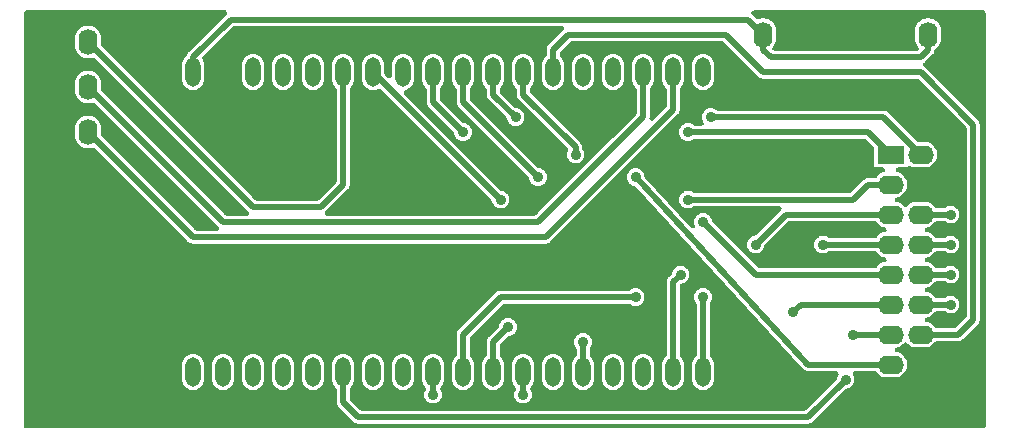
<source format=gbr>
G04 --- HEADER BEGIN --- *
G04 #@! TF.GenerationSoftware,LibrePCB,LibrePCB,0.1.7*
G04 #@! TF.CreationDate,2023-11-18T14:18:11*
G04 #@! TF.ProjectId,CRi-CRi_Display,14a54b12-152a-4fb2-828b-3daff0557bc7,v1*
G04 #@! TF.Part,Single*
G04 #@! TF.SameCoordinates*
G04 #@! TF.FileFunction,Copper,L2,Bot*
G04 #@! TF.FilePolarity,Positive*
%FSLAX66Y66*%
%MOMM*%
G01*
G75*
G04 --- HEADER END --- *
G04 --- APERTURE LIST BEGIN --- *
G04 #@! TA.AperFunction,ComponentPad*
%ADD10O,1.587X2.19*%
%ADD11R,1.587X2.19*%
%ADD12O,2.19X1.587*%
%ADD13R,2.19X1.587*%
%ADD14O,1.3X2.5*%
G04 #@! TA.AperFunction,ViaPad*
%ADD15C,0.9*%
G04 #@! TA.AperFunction,Conductor*
%ADD16C,0.5*%
%ADD17C,0.01*%
G04 #@! TD*
G04 --- APERTURE LIST END --- *
G04 --- BOARD BEGIN --- *
D10*
G04 #@! TO.N,N17*
G04 #@! TO.C,J6*
G04 #@! TO.P,J6,2,2*
X5715000Y33020000D03*
D11*
G04 #@! TO.N,GND*
G04 #@! TO.P,J6,1,1*
X3175000Y33020000D03*
D10*
G04 #@! TO.N,N11*
G04 #@! TO.C,J5*
G04 #@! TO.P,J5,2,2*
X5715000Y25400000D03*
D11*
G04 #@! TO.N,GND*
G04 #@! TO.P,J5,1,1*
X3175000Y25400000D03*
D10*
G04 #@! TO.N,N16*
G04 #@! TO.C,J4*
G04 #@! TO.P,J4,2,2*
X5715000Y29210000D03*
D11*
G04 #@! TO.N,GND*
G04 #@! TO.P,J4,1,1*
X3175000Y29210000D03*
D12*
G04 #@! TO.N,N15*
G04 #@! TO.C,J1*
G04 #@! TO.P,J1,14,14*
X76200000Y8255000D03*
D13*
G04 #@! TO.N,N1*
G04 #@! TO.P,J1,1,1*
X73660000Y23495000D03*
D12*
G04 #@! TO.N,N10*
G04 #@! TO.P,J1,12,12*
X76200000Y10795000D03*
G04 #@! TO.N,N2*
G04 #@! TO.P,J1,3,3*
X73660000Y20955000D03*
G04 #@! TO.N,N7*
G04 #@! TO.P,J1,8,8*
X76200000Y15875000D03*
G04 #@! TO.N,N13*
G04 #@! TO.P,J1,10,10*
X76200000Y13335000D03*
G04 #@! TO.N,N14*
G04 #@! TO.P,J1,15,15*
X73660000Y5715000D03*
G04 #@! TO.N,N12*
G04 #@! TO.P,J1,13,13*
X73660000Y8255000D03*
G04 #@! TO.N,N3*
G04 #@! TO.P,J1,2,2*
X76200000Y23495000D03*
G04 #@! TO.N,GND*
G04 #@! TO.P,J1,16,16*
X76200000Y5715000D03*
G04 #@! TO.N,N9*
G04 #@! TO.P,J1,11,11*
X73660000Y10795000D03*
G04 #@! TO.N,N8*
G04 #@! TO.P,J1,9,9*
X73660000Y13335000D03*
G04 #@! TO.N,N4*
G04 #@! TO.P,J1,5,5*
X73660000Y18415000D03*
G04 #@! TO.N,GND*
G04 #@! TO.P,J1,4,4*
X76200000Y20955000D03*
G04 #@! TO.N,N6*
G04 #@! TO.P,J1,6,6*
X76200000Y18415000D03*
G04 #@! TO.N,N5*
G04 #@! TO.P,J1,7,7*
X73660000Y15875000D03*
D10*
G04 #@! TO.N,VCC*
G04 #@! TO.C,J2*
G04 #@! TO.P,J2,2,2*
X62865000Y33655000D03*
D11*
G04 #@! TO.N,GND*
G04 #@! TO.P,J2,1,1*
X65405000Y33655000D03*
D10*
G04 #@! TO.N,VCC*
G04 #@! TO.C,J3*
G04 #@! TO.P,J3,2,2*
X76835000Y33655000D03*
D11*
G04 #@! TO.N,GND*
G04 #@! TO.P,J3,1,1*
X74295000Y33655000D03*
D14*
G04 #@! TO.N,N/C*
G04 #@! TO.C,MCU1*
G04 #@! TO.P,MCU1,SD0,GPIO7*
X19685000Y5080000D03*
G04 #@! TO.P,MCU1,G0,GPIO0*
X24765000Y5080000D03*
G04 #@! TO.N,N9*
G04 #@! TO.P,MCU1,G17,GPIO17*
X37465000Y5080000D03*
G04 #@! TO.N,N/C*
G04 #@! TO.P,MCU1,G34,GPIO34*
X50165000Y30480000D03*
G04 #@! TO.N,VCC*
G04 #@! TO.P,MCU1,5V,5V*
X14605000Y30480000D03*
G04 #@! TO.N,N/C*
G04 #@! TO.P,MCU1,CLK,GPIO6*
X17145000Y5080000D03*
G04 #@! TO.N,N4*
G04 #@! TO.P,MCU1,G23,GPIO23*
X57785000Y5080000D03*
G04 #@! TO.N,N2*
G04 #@! TO.P,MCU1,G26,GPIO26*
X37465000Y30480000D03*
G04 #@! TO.N,N/C*
G04 #@! TO.P,MCU1,G2,GPIO2*
X29845000Y5080000D03*
G04 #@! TO.N,N13*
G04 #@! TO.P,MCU1,G16,GPIO16*
X34925000Y5080000D03*
G04 #@! TO.N,GND*
G04 #@! TO.P,MCU1,GND1,GND*
X17145000Y30480000D03*
G04 #@! TO.N,N3*
G04 #@! TO.P,MCU1,G25,GPIO25*
X40005000Y30480000D03*
G04 #@! TO.N,N1*
G04 #@! TO.P,MCU1,G27,GPIO27*
X34925000Y30480000D03*
G04 #@! TO.N,N/C*
G04 #@! TO.P,MCU1,EN,EN*
X57785000Y30480000D03*
G04 #@! TO.N,N8*
G04 #@! TO.P,MCU1,G12,GPIO12*
X29845000Y30480000D03*
G04 #@! TO.N,N/C*
G04 #@! TO.P,MCU1,RXD,GPIO3*
X50165000Y5080000D03*
G04 #@! TO.N,N14*
G04 #@! TO.P,MCU1,G33,GPIO33*
X42545000Y30480000D03*
G04 #@! TO.N,N/C*
G04 #@! TO.P,MCU1,G14,GPIO14*
X32385000Y30480000D03*
G04 #@! TO.P,MCU1,SD1,GPIO8*
X22225000Y5080000D03*
G04 #@! TO.N,N15*
G04 #@! TO.P,MCU1,G32,GPIO32*
X45085000Y30480000D03*
G04 #@! TO.N,N10*
G04 #@! TO.P,MCU1,G18,GPIO18*
X42545000Y5080000D03*
G04 #@! TO.N,N17*
G04 #@! TO.P,MCU1,G13,GPIO13*
X27305000Y30480000D03*
G04 #@! TO.N,N/C*
G04 #@! TO.P,MCU1,G35,GPIO35*
X47625000Y30480000D03*
G04 #@! TO.P,MCU1,G4,GPIO4*
X32385000Y5080000D03*
G04 #@! TO.P,MCU1,G19,GPIO19*
X45085000Y5080000D03*
G04 #@! TO.N,N16*
G04 #@! TO.P,MCU1,SM,GPIO39*
X52705000Y30480000D03*
G04 #@! TO.N,N5*
G04 #@! TO.P,MCU1,G22,GPIO22*
X55245000Y5080000D03*
G04 #@! TO.N,N6*
G04 #@! TO.P,MCU1,G21,GPIO21*
X47625000Y5080000D03*
G04 #@! TO.N,N/C*
G04 #@! TO.P,MCU1,3V3,3V3*
X14605000Y5080000D03*
G04 #@! TO.P,MCU1,CMD,GPIO11*
X19685000Y30480000D03*
G04 #@! TO.P,MCU1,SD2,GPIO9*
X24765000Y30480000D03*
G04 #@! TO.N,N11*
G04 #@! TO.P,MCU1,SP,GPIO36*
X55245000Y30480000D03*
G04 #@! TO.N,N12*
G04 #@! TO.P,MCU1,G15,GPIO15*
X27305000Y5080000D03*
G04 #@! TO.N,N7*
G04 #@! TO.P,MCU1,G5,GPIO5*
X40005000Y5080000D03*
G04 #@! TO.N,N/C*
G04 #@! TO.P,MCU1,TXD,GPIO1*
X52705000Y5080000D03*
G04 #@! TO.P,MCU1,SD3,GPIO10*
X22225000Y30480000D03*
D15*
G04 #@! TD.C*
G04 #@! TD.P*
G04 #@! TO.N,N9*
X52070000Y11430000D03*
X65405000Y10160000D03*
D16*
X52070000Y11430000D02*
X40640000Y11430000D01*
X37465000Y5080000D02*
X37465000Y8255000D01*
X65405000Y10160000D02*
X66040000Y10795000D01*
X73660000Y10795000D02*
X66040000Y10795000D01*
X40640000Y11430000D02*
X37465000Y8255000D01*
G04 #@! TO.N,N15*
X80645000Y9525000D02*
X79375000Y8255000D01*
X45085000Y30480000D02*
X45085000Y32385000D01*
X59690000Y33655000D02*
X46355000Y33655000D01*
X62865000Y30480000D02*
X76200000Y30480000D01*
X76200000Y30480000D02*
X80645000Y26035000D01*
X80645000Y26035000D02*
X80645000Y9525000D01*
X79375000Y8255000D02*
X76200000Y8255000D01*
X59690000Y33655000D02*
X62865000Y30480000D01*
X45085000Y32385000D02*
X46355000Y33655000D01*
D15*
G04 #@! TO.N,N1*
X37465000Y25400000D03*
X56515000Y25400000D03*
D16*
X71755000Y25400000D02*
X73660000Y23495000D01*
X73660000Y23495000D02*
X73660000Y23495000D01*
X56515000Y25400000D02*
X71755000Y25400000D01*
X37465000Y25400000D02*
X34925000Y27940000D01*
X34925000Y30480000D02*
X34925000Y27940000D01*
G04 #@! TO.N,N11*
X44450000Y16510000D02*
X55245000Y27305000D01*
X5715000Y25400000D02*
X14605000Y16510000D01*
X55245000Y27305000D02*
X55245000Y30480000D01*
X14605000Y16510000D02*
X44450000Y16510000D01*
D15*
G04 #@! TO.N,N12*
X69850000Y4445000D03*
X70485000Y8255000D03*
D16*
X28575000Y1270000D02*
X66675000Y1270000D01*
X27305000Y2540000D02*
X28575000Y1270000D01*
X66675000Y1270000D02*
X69850000Y4445000D01*
X27305000Y5080000D02*
X27305000Y2540000D01*
X73660000Y8255000D02*
X70485000Y8255000D01*
D15*
G04 #@! TO.N,N8*
X40640000Y19685000D03*
X57785000Y17780000D03*
D16*
X62230000Y13335000D02*
X73660000Y13335000D01*
X40640000Y19685000D02*
X29845000Y30480000D01*
X57785000Y17780000D02*
X62230000Y13335000D01*
D15*
G04 #@! TO.N,N5*
X55880000Y13335000D03*
X67945000Y15875000D03*
D16*
X55880000Y13335000D02*
X55245000Y12700000D01*
X55245000Y5080000D02*
X55245000Y12700000D01*
X73660000Y15875000D02*
X67945000Y15875000D01*
D15*
G04 #@! TO.N,N13*
X34925000Y3175000D03*
X78740000Y13335000D03*
D16*
X34925000Y5080000D02*
X34925000Y3175000D01*
X78740000Y13335000D02*
X76200000Y13335000D01*
D15*
G04 #@! TO.N,N7*
X78740000Y15875000D03*
X41275000Y8890000D03*
D16*
X78740000Y15875000D02*
X76200000Y15875000D01*
X40005000Y5080000D02*
X40005000Y7620000D01*
X41275000Y8890000D02*
X40005000Y7620000D01*
D15*
G04 #@! TO.N,N14*
X46990000Y23495000D03*
X52070000Y21590000D03*
D16*
X42545000Y30480000D02*
X42545000Y28575000D01*
X66675000Y5715000D02*
X52070000Y21590000D01*
X42545000Y28575000D02*
X46990000Y24130000D01*
X66675000Y5715000D02*
X73660000Y5715000D01*
X46990000Y24130000D02*
X46990000Y23495000D01*
G04 #@! TO.N,VCC*
X62865000Y32385000D02*
X63500000Y31750000D01*
X14605000Y30480000D02*
X14605000Y31750000D01*
X76835000Y33655000D02*
X76835000Y32385000D01*
X62865000Y33655000D02*
X62865000Y32385000D01*
X76835000Y32385000D02*
X76200000Y31750000D01*
X76200000Y31750000D02*
X63500000Y31750000D01*
X61595000Y34925000D02*
X62865000Y33655000D01*
X14605000Y31750000D02*
X17780000Y34925000D01*
X17780000Y34925000D02*
X61595000Y34925000D01*
D15*
G04 #@! TO.N,N2*
X56515000Y19685000D03*
X43815000Y21590000D03*
D16*
X73660000Y20955000D02*
X71755000Y20955000D01*
X70485000Y19685000D02*
X71755000Y20955000D01*
X37465000Y30480000D02*
X37465000Y27940000D01*
X56515000Y19685000D02*
X70485000Y19685000D01*
X43815000Y21590000D02*
X37465000Y27940000D01*
D15*
G04 #@! TO.N,N10*
X42545000Y3175000D03*
X78740000Y10795000D03*
D16*
X42545000Y5080000D02*
X42545000Y3175000D01*
X78740000Y10795000D02*
X76200000Y10795000D01*
G04 #@! TO.N,N16*
X17145000Y17780000D02*
X43815000Y17780000D01*
X52705000Y30480000D02*
X52705000Y26670000D01*
X43815000Y17780000D02*
X52705000Y26670000D01*
X17145000Y17780000D02*
X5715000Y29210000D01*
D15*
G04 #@! TO.N,N6*
X47625000Y7620000D03*
X78740000Y18415000D03*
D16*
X76200000Y18415000D02*
X78740000Y18415000D01*
X47625000Y7620000D02*
X47625000Y5080000D01*
D15*
G04 #@! TO.N,N3*
X58420000Y26670000D03*
X41910000Y26670000D03*
D16*
X40005000Y30480000D02*
X40005000Y28575000D01*
X73025000Y26670000D02*
X76200000Y23495000D01*
X76200000Y23495000D02*
X76200000Y23495000D01*
X41910000Y26670000D02*
X40005000Y28575000D01*
X58420000Y26670000D02*
X73025000Y26670000D01*
D15*
G04 #@! TO.N,N4*
X57785000Y11430000D03*
X62230000Y15875000D03*
D16*
X57785000Y11430000D02*
X57785000Y5080000D01*
X64770000Y18415000D02*
X73660000Y18415000D01*
X62230000Y15875000D02*
X64770000Y18415000D01*
G04 #@! TO.N,N17*
X19685000Y19050000D02*
X5715000Y33020000D01*
X27305000Y30480000D02*
X27305000Y20955000D01*
X19685000Y19050000D02*
X25400000Y19050000D01*
X27305000Y20955000D02*
X25400000Y19050000D01*
D17*
G04 #@! TA.AperFunction,Conductor*
G04 #@! TO.N,GND*
G36*
X81586660Y319750D02*
X81656204Y375099D01*
X81694899Y455117D01*
X81700000Y500000D01*
X81700000Y35500000D01*
X81680250Y35586660D01*
X81624901Y35656204D01*
X81544883Y35694899D01*
X81500000Y35700000D01*
X62069927Y35700000D01*
X61983267Y35680250D01*
X61913723Y35624901D01*
X61875028Y35544883D01*
X61874827Y35456002D01*
X61913157Y35375810D01*
X61948174Y35341330D01*
X61973069Y35322227D01*
X61981822Y35313377D01*
X61989025Y35308792D01*
X62274530Y35023287D01*
X62349773Y34975974D01*
X62438086Y34965937D01*
X62488198Y34978213D01*
X62557131Y35004917D01*
X62574832Y35009954D01*
X62755019Y35043637D01*
X62773351Y35045335D01*
X62956649Y35045335D01*
X62974981Y35043637D01*
X63155168Y35009954D01*
X63172865Y35004918D01*
X63343792Y34938702D01*
X63360278Y34930493D01*
X63516115Y34834003D01*
X63530822Y34822896D01*
X63666263Y34699424D01*
X63678685Y34685798D01*
X63789140Y34539532D01*
X63798831Y34523881D01*
X63880540Y34359789D01*
X63887187Y34342629D01*
X63937352Y34166319D01*
X63940734Y34148229D01*
X63958073Y33961105D01*
X63958500Y33951873D01*
X63958500Y33358127D01*
X63958073Y33348895D01*
X63940734Y33161771D01*
X63937352Y33143681D01*
X63887187Y32967371D01*
X63880540Y32950211D01*
X63798831Y32786119D01*
X63789140Y32770468D01*
X63675910Y32620527D01*
X63639446Y32539469D01*
X63641706Y32450616D01*
X63682243Y32371516D01*
X63753050Y32317792D01*
X63835513Y32300000D01*
X75864487Y32300000D01*
X75951147Y32319750D01*
X76020691Y32375099D01*
X76059386Y32455117D01*
X76059587Y32543998D01*
X76024090Y32620527D01*
X75910860Y32770468D01*
X75901169Y32786119D01*
X75819460Y32950211D01*
X75812813Y32967371D01*
X75762648Y33143681D01*
X75759266Y33161771D01*
X75741927Y33348895D01*
X75741500Y33358127D01*
X75741500Y33951873D01*
X75741927Y33961105D01*
X75759266Y34148229D01*
X75762648Y34166319D01*
X75812813Y34342629D01*
X75819460Y34359789D01*
X75901169Y34523881D01*
X75910860Y34539532D01*
X76021315Y34685798D01*
X76033737Y34699424D01*
X76169178Y34822896D01*
X76183885Y34834003D01*
X76339722Y34930493D01*
X76356208Y34938702D01*
X76527135Y35004918D01*
X76544832Y35009954D01*
X76725019Y35043637D01*
X76743351Y35045335D01*
X76926649Y35045335D01*
X76944981Y35043637D01*
X77125168Y35009954D01*
X77142865Y35004918D01*
X77313792Y34938702D01*
X77330278Y34930493D01*
X77486115Y34834003D01*
X77500822Y34822896D01*
X77636263Y34699424D01*
X77648685Y34685798D01*
X77759140Y34539532D01*
X77768831Y34523881D01*
X77850540Y34359789D01*
X77857187Y34342629D01*
X77907352Y34166319D01*
X77910734Y34148229D01*
X77928073Y33961105D01*
X77928500Y33951873D01*
X77928500Y33358127D01*
X77928073Y33348895D01*
X77910734Y33161771D01*
X77907352Y33143681D01*
X77857187Y32967371D01*
X77850540Y32950211D01*
X77768831Y32786119D01*
X77759140Y32770468D01*
X77648685Y32624202D01*
X77636263Y32610576D01*
X77500822Y32487104D01*
X77486111Y32475994D01*
X77469696Y32465831D01*
X77406413Y32403419D01*
X77376692Y32321893D01*
X77367970Y32255647D01*
X77361242Y32230538D01*
X77316332Y32122114D01*
X77303333Y32099598D01*
X77232225Y32006929D01*
X77223377Y31998178D01*
X77218792Y31990975D01*
X76599939Y31372122D01*
X76586822Y31361623D01*
X76578071Y31352775D01*
X76475000Y31273686D01*
X76477526Y31270394D01*
X76431587Y31227824D01*
X76399008Y31145128D01*
X76405478Y31056482D01*
X76449720Y30979393D01*
X76476363Y30958090D01*
X76475000Y30956314D01*
X76578071Y30877225D01*
X76586822Y30868377D01*
X76594025Y30863792D01*
X81022878Y26434939D01*
X81033377Y26421822D01*
X81042225Y26413071D01*
X81113333Y26320402D01*
X81126332Y26297886D01*
X81171242Y26189462D01*
X81177970Y26164353D01*
X81194145Y26041493D01*
X81195000Y26028450D01*
X81195000Y9531550D01*
X81194145Y9518507D01*
X81177970Y9395647D01*
X81171242Y9370538D01*
X81126332Y9262114D01*
X81113333Y9239598D01*
X81042225Y9146929D01*
X81033377Y9138178D01*
X81028792Y9130975D01*
X79774939Y7877122D01*
X79761822Y7866623D01*
X79753071Y7857775D01*
X79660402Y7786667D01*
X79637886Y7773668D01*
X79529462Y7728758D01*
X79504353Y7722030D01*
X79381493Y7705855D01*
X79368450Y7705000D01*
X77553010Y7705000D01*
X77466350Y7685250D01*
X77382968Y7610289D01*
X77379004Y7603888D01*
X77367896Y7589178D01*
X77244424Y7453737D01*
X77230798Y7441315D01*
X77084532Y7330860D01*
X77068881Y7321169D01*
X76904789Y7239460D01*
X76887629Y7232813D01*
X76711319Y7182648D01*
X76693229Y7179266D01*
X76506105Y7161927D01*
X76496873Y7161500D01*
X75903127Y7161500D01*
X75893895Y7161927D01*
X75706771Y7179266D01*
X75688681Y7182648D01*
X75512371Y7232813D01*
X75495211Y7239460D01*
X75331119Y7321169D01*
X75315468Y7330860D01*
X75169202Y7441315D01*
X75155581Y7453732D01*
X75077801Y7539052D01*
X75004823Y7589788D01*
X74917067Y7603893D01*
X74831866Y7578581D01*
X74782199Y7539052D01*
X74704419Y7453732D01*
X74690798Y7441315D01*
X74544532Y7330860D01*
X74528881Y7321169D01*
X74364789Y7239460D01*
X74347629Y7232813D01*
X74171319Y7182648D01*
X74165680Y7181594D01*
X74084125Y7146256D01*
X74025935Y7079070D01*
X74002604Y6993305D01*
X74018738Y6905900D01*
X74071152Y6834117D01*
X74162454Y6789966D01*
X74162430Y6789881D01*
X74162915Y6789743D01*
X74165680Y6788406D01*
X74171319Y6787352D01*
X74347629Y6737187D01*
X74364789Y6730540D01*
X74528881Y6648831D01*
X74544532Y6639140D01*
X74690798Y6528685D01*
X74704424Y6516263D01*
X74827896Y6380822D01*
X74839003Y6366115D01*
X74935493Y6210278D01*
X74943702Y6193792D01*
X75009918Y6022865D01*
X75014954Y6005168D01*
X75048637Y5824981D01*
X75050335Y5806649D01*
X75050335Y5623351D01*
X75048637Y5605019D01*
X75014954Y5424832D01*
X75009918Y5407135D01*
X74943702Y5236208D01*
X74935493Y5219722D01*
X74839003Y5063885D01*
X74827896Y5049178D01*
X74704424Y4913737D01*
X74690798Y4901315D01*
X74544532Y4790860D01*
X74528881Y4781169D01*
X74364789Y4699460D01*
X74347629Y4692813D01*
X74171319Y4642648D01*
X74153229Y4639266D01*
X73966105Y4621927D01*
X73956873Y4621500D01*
X73363127Y4621500D01*
X73353895Y4621927D01*
X73166771Y4639266D01*
X73148681Y4642648D01*
X72972371Y4692813D01*
X72955211Y4699460D01*
X72791119Y4781169D01*
X72775468Y4790860D01*
X72629202Y4901315D01*
X72615576Y4913737D01*
X72492104Y5049178D01*
X72480996Y5063888D01*
X72477032Y5070289D01*
X72414619Y5133570D01*
X72306990Y5165000D01*
X70639665Y5165000D01*
X70553005Y5145250D01*
X70483461Y5089901D01*
X70444766Y5009883D01*
X70444565Y4921002D01*
X70470320Y4858594D01*
X70519750Y4779927D01*
X70529436Y4759812D01*
X70577488Y4622489D01*
X70582453Y4600731D01*
X70598742Y4456165D01*
X70598742Y4433835D01*
X70582453Y4289269D01*
X70577488Y4267511D01*
X70529436Y4130188D01*
X70519752Y4110078D01*
X70442349Y3986892D01*
X70428430Y3969439D01*
X70325561Y3866570D01*
X70308108Y3852651D01*
X70184922Y3775248D01*
X70164812Y3765564D01*
X70027489Y3717512D01*
X70005739Y3712548D01*
X69950894Y3706369D01*
X69866990Y3677040D01*
X69831865Y3649047D01*
X67068539Y885721D01*
X67058718Y877108D01*
X66960401Y801667D01*
X66937886Y788668D01*
X66829466Y743758D01*
X66804351Y737029D01*
X66681496Y720855D01*
X66668449Y720000D01*
X28581550Y720000D01*
X28568507Y720855D01*
X28445647Y737030D01*
X28420538Y743758D01*
X28312114Y788668D01*
X28289598Y801667D01*
X28196929Y872775D01*
X28188178Y881623D01*
X28180975Y886208D01*
X26927122Y2140061D01*
X26916623Y2153178D01*
X26907775Y2161929D01*
X26836667Y2254598D01*
X26823668Y2277114D01*
X26778758Y2385538D01*
X26772030Y2410647D01*
X26755855Y2533507D01*
X26755000Y2546550D01*
X26755000Y3613737D01*
X26735250Y3700397D01*
X26681879Y3768338D01*
X26640845Y3802014D01*
X26627020Y3815839D01*
X26521336Y3944614D01*
X26510473Y3960872D01*
X26431945Y4107788D01*
X26424462Y4125852D01*
X26376106Y4285262D01*
X26372291Y4304442D01*
X26355481Y4475117D01*
X26355000Y4484907D01*
X26355000Y5675093D01*
X26355481Y5684883D01*
X26372291Y5855558D01*
X26376106Y5874738D01*
X26424462Y6034148D01*
X26431945Y6052212D01*
X26510473Y6199128D01*
X26521336Y6215386D01*
X26627020Y6344161D01*
X26640839Y6357980D01*
X26769614Y6463664D01*
X26785872Y6474527D01*
X26932788Y6553055D01*
X26950852Y6560538D01*
X27110262Y6608894D01*
X27129442Y6612709D01*
X27295222Y6629037D01*
X27314778Y6629037D01*
X27480558Y6612709D01*
X27499738Y6608894D01*
X27659148Y6560538D01*
X27677212Y6553055D01*
X27824128Y6474527D01*
X27840386Y6463664D01*
X27969161Y6357980D01*
X27982980Y6344161D01*
X28088664Y6215386D01*
X28099527Y6199128D01*
X28178055Y6052212D01*
X28185538Y6034148D01*
X28233894Y5874738D01*
X28237709Y5855558D01*
X28254519Y5684883D01*
X28255000Y5675093D01*
X28255000Y4484907D01*
X28254519Y4475117D01*
X28237709Y4304442D01*
X28233894Y4285262D01*
X28185538Y4125852D01*
X28178055Y4107788D01*
X28099527Y3960872D01*
X28088664Y3944614D01*
X27982980Y3815839D01*
X27969155Y3802014D01*
X27928121Y3768338D01*
X27873661Y3698095D01*
X27855000Y3613737D01*
X27855000Y2850659D01*
X27874750Y2763999D01*
X27913579Y2709238D01*
X28744238Y1878579D01*
X28819481Y1831266D01*
X28885659Y1820000D01*
X29835222Y1820000D01*
X29835222Y3530963D01*
X29669442Y3547291D01*
X29650262Y3551106D01*
X29490852Y3599462D01*
X29472788Y3606945D01*
X29325872Y3685473D01*
X29309614Y3696336D01*
X29180839Y3802020D01*
X29167020Y3815839D01*
X29061336Y3944614D01*
X29050473Y3960872D01*
X28971945Y4107788D01*
X28964462Y4125852D01*
X28916106Y4285262D01*
X28912291Y4304442D01*
X28895481Y4475117D01*
X28895000Y4484907D01*
X28895000Y5675093D01*
X28895481Y5684883D01*
X28912291Y5855558D01*
X28916106Y5874738D01*
X28964462Y6034148D01*
X28971945Y6052212D01*
X29050473Y6199128D01*
X29061336Y6215386D01*
X29167020Y6344161D01*
X29180839Y6357980D01*
X29309614Y6463664D01*
X29325872Y6474527D01*
X29472788Y6553055D01*
X29490852Y6560538D01*
X29650262Y6608894D01*
X29669442Y6612709D01*
X29835222Y6629037D01*
X29854778Y6629037D01*
X30020558Y6612709D01*
X30039738Y6608894D01*
X30199148Y6560538D01*
X30217212Y6553055D01*
X30364128Y6474527D01*
X30380386Y6463664D01*
X30509161Y6357980D01*
X30522980Y6344161D01*
X30628664Y6215386D01*
X30639527Y6199128D01*
X30718055Y6052212D01*
X30725538Y6034148D01*
X30773894Y5874738D01*
X30777709Y5855558D01*
X30794519Y5684883D01*
X30795000Y5675093D01*
X30795000Y4484907D01*
X30794519Y4475117D01*
X30777709Y4304442D01*
X30773894Y4285262D01*
X30725538Y4125852D01*
X30718055Y4107788D01*
X30639527Y3960872D01*
X30628664Y3944614D01*
X30522980Y3815839D01*
X30509161Y3802020D01*
X30380386Y3696336D01*
X30364128Y3685473D01*
X30217212Y3606945D01*
X30199148Y3599462D01*
X30039738Y3551106D01*
X30020558Y3547291D01*
X29854778Y3530963D01*
X29835222Y3530963D01*
X29835222Y1820000D01*
X32375222Y1820000D01*
X32375222Y3530963D01*
X32209442Y3547291D01*
X32190262Y3551106D01*
X32030852Y3599462D01*
X32012788Y3606945D01*
X31865872Y3685473D01*
X31849614Y3696336D01*
X31720839Y3802020D01*
X31707020Y3815839D01*
X31601336Y3944614D01*
X31590473Y3960872D01*
X31511945Y4107788D01*
X31504462Y4125852D01*
X31456106Y4285262D01*
X31452291Y4304442D01*
X31435481Y4475117D01*
X31435000Y4484907D01*
X31435000Y5675093D01*
X31435481Y5684883D01*
X31452291Y5855558D01*
X31456106Y5874738D01*
X31504462Y6034148D01*
X31511945Y6052212D01*
X31590473Y6199128D01*
X31601336Y6215386D01*
X31707020Y6344161D01*
X31720839Y6357980D01*
X31849614Y6463664D01*
X31865872Y6474527D01*
X32012788Y6553055D01*
X32030852Y6560538D01*
X32190262Y6608894D01*
X32209442Y6612709D01*
X32375222Y6629037D01*
X32394778Y6629037D01*
X32560558Y6612709D01*
X32579738Y6608894D01*
X32739148Y6560538D01*
X32757212Y6553055D01*
X32904128Y6474527D01*
X32920386Y6463664D01*
X33049161Y6357980D01*
X33062980Y6344161D01*
X33168664Y6215386D01*
X33179527Y6199128D01*
X33258055Y6052212D01*
X33265538Y6034148D01*
X33313894Y5874738D01*
X33317709Y5855558D01*
X33334519Y5684883D01*
X33335000Y5675093D01*
X33335000Y4484907D01*
X33334519Y4475117D01*
X33317709Y4304442D01*
X33313894Y4285262D01*
X33265538Y4125852D01*
X33258055Y4107788D01*
X33179527Y3960872D01*
X33168664Y3944614D01*
X33062980Y3815839D01*
X33049161Y3802020D01*
X32920386Y3696336D01*
X32904128Y3685473D01*
X32757212Y3606945D01*
X32739148Y3599462D01*
X32579738Y3551106D01*
X32560558Y3547291D01*
X32394778Y3530963D01*
X32375222Y3530963D01*
X32375222Y1820000D01*
X34913835Y1820000D01*
X34913835Y2426258D01*
X34769269Y2442547D01*
X34747511Y2447512D01*
X34610188Y2495564D01*
X34590078Y2505248D01*
X34466892Y2582651D01*
X34449439Y2596570D01*
X34346570Y2699439D01*
X34332651Y2716892D01*
X34255248Y2840078D01*
X34245564Y2860188D01*
X34197512Y2997511D01*
X34192547Y3019269D01*
X34176258Y3163835D01*
X34176258Y3186165D01*
X34192547Y3330731D01*
X34197512Y3352489D01*
X34245564Y3489812D01*
X34255249Y3509924D01*
X34285263Y3557690D01*
X34314647Y3641574D01*
X34304782Y3729907D01*
X34257340Y3805519D01*
X34247020Y3815839D01*
X34141336Y3944614D01*
X34130473Y3960872D01*
X34051945Y4107788D01*
X34044462Y4125852D01*
X33996106Y4285262D01*
X33992291Y4304442D01*
X33975481Y4475117D01*
X33975000Y4484907D01*
X33975000Y5675093D01*
X33975481Y5684883D01*
X33992291Y5855558D01*
X33996106Y5874738D01*
X34044462Y6034148D01*
X34051945Y6052212D01*
X34130473Y6199128D01*
X34141336Y6215386D01*
X34247020Y6344161D01*
X34260839Y6357980D01*
X34389614Y6463664D01*
X34405872Y6474527D01*
X34552788Y6553055D01*
X34570852Y6560538D01*
X34730262Y6608894D01*
X34749442Y6612709D01*
X34915222Y6629037D01*
X34934778Y6629037D01*
X35100558Y6612709D01*
X35119738Y6608894D01*
X35279148Y6560538D01*
X35297212Y6553055D01*
X35444128Y6474527D01*
X35460386Y6463664D01*
X35589161Y6357980D01*
X35602980Y6344161D01*
X35708664Y6215386D01*
X35719527Y6199128D01*
X35798055Y6052212D01*
X35805538Y6034148D01*
X35853894Y5874738D01*
X35857709Y5855558D01*
X35874519Y5684883D01*
X35875000Y5675093D01*
X35875000Y4484907D01*
X35874519Y4475117D01*
X35857709Y4304442D01*
X35853894Y4285262D01*
X35805538Y4125852D01*
X35798055Y4107788D01*
X35719527Y3960872D01*
X35708664Y3944614D01*
X35602980Y3815839D01*
X35592660Y3805519D01*
X35545347Y3730276D01*
X35535310Y3641963D01*
X35564737Y3557690D01*
X35594751Y3509924D01*
X35604436Y3489812D01*
X35652488Y3352489D01*
X35657453Y3330731D01*
X35673742Y3186165D01*
X35673742Y3163835D01*
X35657453Y3019269D01*
X35652488Y2997511D01*
X35604436Y2860188D01*
X35594752Y2840078D01*
X35517349Y2716892D01*
X35503430Y2699439D01*
X35400561Y2596570D01*
X35383108Y2582651D01*
X35259922Y2505248D01*
X35239812Y2495564D01*
X35102489Y2447512D01*
X35080731Y2442547D01*
X34936165Y2426258D01*
X34913835Y2426258D01*
X34913835Y1820000D01*
X37455222Y1820000D01*
X37455222Y3530963D01*
X37289442Y3547291D01*
X37270262Y3551106D01*
X37110852Y3599462D01*
X37092788Y3606945D01*
X36945872Y3685473D01*
X36929614Y3696336D01*
X36800839Y3802020D01*
X36787020Y3815839D01*
X36681336Y3944614D01*
X36670473Y3960872D01*
X36591945Y4107788D01*
X36584462Y4125852D01*
X36536106Y4285262D01*
X36532291Y4304442D01*
X36515481Y4475117D01*
X36515000Y4484907D01*
X36515000Y5675093D01*
X36515481Y5684883D01*
X36532291Y5855558D01*
X36536106Y5874738D01*
X36584462Y6034148D01*
X36591945Y6052212D01*
X36670473Y6199128D01*
X36681336Y6215386D01*
X36787020Y6344161D01*
X36800845Y6357986D01*
X36841879Y6391662D01*
X36896339Y6461905D01*
X36915000Y6546263D01*
X36915000Y8248449D01*
X36915855Y8261496D01*
X36932029Y8384351D01*
X36938758Y8409466D01*
X36983668Y8517886D01*
X36996667Y8540401D01*
X37072108Y8638718D01*
X37080721Y8648539D01*
X40246461Y11814279D01*
X40256282Y11822892D01*
X40354599Y11898333D01*
X40377114Y11911332D01*
X40485534Y11956242D01*
X40510649Y11962971D01*
X40633504Y11979145D01*
X40646551Y11980000D01*
X51488805Y11980000D01*
X51575465Y11999750D01*
X51602258Y12016573D01*
X51602383Y12016374D01*
X51735078Y12099752D01*
X51755188Y12109436D01*
X51892511Y12157488D01*
X51914269Y12162453D01*
X52058835Y12178742D01*
X52081165Y12178742D01*
X52225731Y12162453D01*
X52247489Y12157488D01*
X52384812Y12109436D01*
X52404922Y12099752D01*
X52528108Y12022349D01*
X52545561Y12008430D01*
X52648430Y11905561D01*
X52662349Y11888108D01*
X52739752Y11764922D01*
X52749436Y11744812D01*
X52797488Y11607489D01*
X52802453Y11585731D01*
X52818742Y11441165D01*
X52818742Y11418835D01*
X52802453Y11274269D01*
X52797488Y11252511D01*
X52749436Y11115188D01*
X52739752Y11095078D01*
X52662349Y10971892D01*
X52648430Y10954439D01*
X52545561Y10851570D01*
X52528108Y10837651D01*
X52404922Y10760248D01*
X52384812Y10750564D01*
X52247489Y10702512D01*
X52225731Y10697547D01*
X52081165Y10681258D01*
X52058835Y10681258D01*
X51914269Y10697547D01*
X51892511Y10702512D01*
X51755188Y10750564D01*
X51735078Y10760248D01*
X51602383Y10843626D01*
X51601466Y10842167D01*
X51533441Y10874955D01*
X51488805Y10880000D01*
X40950660Y10880000D01*
X40864000Y10860250D01*
X40809239Y10821421D01*
X38073579Y8085761D01*
X38026266Y8010518D01*
X38015000Y7944340D01*
X38015000Y6546263D01*
X38034750Y6459603D01*
X38088121Y6391662D01*
X38129155Y6357986D01*
X38142980Y6344161D01*
X38248664Y6215386D01*
X38259527Y6199128D01*
X38338055Y6052212D01*
X38345538Y6034148D01*
X38393894Y5874738D01*
X38397709Y5855558D01*
X38414519Y5684883D01*
X38415000Y5675093D01*
X38415000Y4484907D01*
X38414519Y4475117D01*
X38397709Y4304442D01*
X38393894Y4285262D01*
X38345538Y4125852D01*
X38338055Y4107788D01*
X38259527Y3960872D01*
X38248664Y3944614D01*
X38142980Y3815839D01*
X38129161Y3802020D01*
X38000386Y3696336D01*
X37984128Y3685473D01*
X37837212Y3606945D01*
X37819148Y3599462D01*
X37659738Y3551106D01*
X37640558Y3547291D01*
X37474778Y3530963D01*
X37455222Y3530963D01*
X37455222Y1820000D01*
X39995222Y1820000D01*
X39995222Y3530963D01*
X39829442Y3547291D01*
X39810262Y3551106D01*
X39650852Y3599462D01*
X39632788Y3606945D01*
X39485872Y3685473D01*
X39469614Y3696336D01*
X39340839Y3802020D01*
X39327020Y3815839D01*
X39221336Y3944614D01*
X39210473Y3960872D01*
X39131945Y4107788D01*
X39124462Y4125852D01*
X39076106Y4285262D01*
X39072291Y4304442D01*
X39055481Y4475117D01*
X39055000Y4484907D01*
X39055000Y5675093D01*
X39055481Y5684883D01*
X39072291Y5855558D01*
X39076106Y5874738D01*
X39124462Y6034148D01*
X39131945Y6052212D01*
X39210473Y6199128D01*
X39221336Y6215386D01*
X39327020Y6344161D01*
X39340845Y6357986D01*
X39381879Y6391662D01*
X39436339Y6461905D01*
X39455000Y6546263D01*
X39455000Y7613450D01*
X39455855Y7626493D01*
X39472030Y7749353D01*
X39478758Y7774462D01*
X39523668Y7882886D01*
X39536667Y7905402D01*
X39607775Y7998071D01*
X39616623Y8006822D01*
X39621208Y8014025D01*
X40479047Y8871864D01*
X40526360Y8947107D01*
X40536369Y8990893D01*
X40542548Y9045739D01*
X40547512Y9067489D01*
X40595564Y9204812D01*
X40605248Y9224922D01*
X40682651Y9348108D01*
X40696570Y9365561D01*
X40799439Y9468430D01*
X40816892Y9482349D01*
X40940078Y9559752D01*
X40960188Y9569436D01*
X41097511Y9617488D01*
X41119269Y9622453D01*
X41263835Y9638742D01*
X41286165Y9638742D01*
X41430731Y9622453D01*
X41452489Y9617488D01*
X41589812Y9569436D01*
X41609922Y9559752D01*
X41733108Y9482349D01*
X41750561Y9468430D01*
X41853430Y9365561D01*
X41867349Y9348108D01*
X41944752Y9224922D01*
X41954436Y9204812D01*
X42002488Y9067489D01*
X42007453Y9045731D01*
X42023742Y8901165D01*
X42023742Y8878835D01*
X42007453Y8734269D01*
X42002488Y8712511D01*
X41954436Y8575188D01*
X41944752Y8555078D01*
X41867349Y8431892D01*
X41853430Y8414439D01*
X41750561Y8311570D01*
X41733108Y8297651D01*
X41609922Y8220248D01*
X41589812Y8210564D01*
X41452489Y8162512D01*
X41430739Y8157548D01*
X41375893Y8151369D01*
X41291989Y8122040D01*
X41256864Y8094047D01*
X40613579Y7450762D01*
X40566266Y7375519D01*
X40555000Y7309341D01*
X40555000Y6546263D01*
X40574750Y6459603D01*
X40628121Y6391662D01*
X40669155Y6357986D01*
X40682980Y6344161D01*
X40788664Y6215386D01*
X40799527Y6199128D01*
X40878055Y6052212D01*
X40885538Y6034148D01*
X40933894Y5874738D01*
X40937709Y5855558D01*
X40954519Y5684883D01*
X40955000Y5675093D01*
X40955000Y4484907D01*
X40954519Y4475117D01*
X40937709Y4304442D01*
X40933894Y4285262D01*
X40885538Y4125852D01*
X40878055Y4107788D01*
X40799527Y3960872D01*
X40788664Y3944614D01*
X40682980Y3815839D01*
X40669161Y3802020D01*
X40540386Y3696336D01*
X40524128Y3685473D01*
X40377212Y3606945D01*
X40359148Y3599462D01*
X40199738Y3551106D01*
X40180558Y3547291D01*
X40014778Y3530963D01*
X39995222Y3530963D01*
X39995222Y1820000D01*
X42533835Y1820000D01*
X42533835Y2426258D01*
X42389269Y2442547D01*
X42367511Y2447512D01*
X42230188Y2495564D01*
X42210078Y2505248D01*
X42086892Y2582651D01*
X42069439Y2596570D01*
X41966570Y2699439D01*
X41952651Y2716892D01*
X41875248Y2840078D01*
X41865564Y2860188D01*
X41817512Y2997511D01*
X41812547Y3019269D01*
X41796258Y3163835D01*
X41796258Y3186165D01*
X41812547Y3330731D01*
X41817512Y3352489D01*
X41865564Y3489812D01*
X41875249Y3509924D01*
X41905263Y3557690D01*
X41934647Y3641574D01*
X41924782Y3729907D01*
X41877340Y3805519D01*
X41867020Y3815839D01*
X41761336Y3944614D01*
X41750473Y3960872D01*
X41671945Y4107788D01*
X41664462Y4125852D01*
X41616106Y4285262D01*
X41612291Y4304442D01*
X41595481Y4475117D01*
X41595000Y4484907D01*
X41595000Y5675093D01*
X41595481Y5684883D01*
X41612291Y5855558D01*
X41616106Y5874738D01*
X41664462Y6034148D01*
X41671945Y6052212D01*
X41750473Y6199128D01*
X41761336Y6215386D01*
X41867020Y6344161D01*
X41880839Y6357980D01*
X42009614Y6463664D01*
X42025872Y6474527D01*
X42172788Y6553055D01*
X42190852Y6560538D01*
X42350262Y6608894D01*
X42369442Y6612709D01*
X42535222Y6629037D01*
X42554778Y6629037D01*
X42720558Y6612709D01*
X42739738Y6608894D01*
X42899148Y6560538D01*
X42917212Y6553055D01*
X43064128Y6474527D01*
X43080386Y6463664D01*
X43209161Y6357980D01*
X43222980Y6344161D01*
X43328664Y6215386D01*
X43339527Y6199128D01*
X43418055Y6052212D01*
X43425538Y6034148D01*
X43473894Y5874738D01*
X43477709Y5855558D01*
X43494519Y5684883D01*
X43495000Y5675093D01*
X43495000Y4484907D01*
X43494519Y4475117D01*
X43477709Y4304442D01*
X43473894Y4285262D01*
X43425538Y4125852D01*
X43418055Y4107788D01*
X43339527Y3960872D01*
X43328664Y3944614D01*
X43222980Y3815839D01*
X43212660Y3805519D01*
X43165347Y3730276D01*
X43155310Y3641963D01*
X43184737Y3557690D01*
X43214751Y3509924D01*
X43224436Y3489812D01*
X43272488Y3352489D01*
X43277453Y3330731D01*
X43293742Y3186165D01*
X43293742Y3163835D01*
X43277453Y3019269D01*
X43272488Y2997511D01*
X43224436Y2860188D01*
X43214752Y2840078D01*
X43137349Y2716892D01*
X43123430Y2699439D01*
X43020561Y2596570D01*
X43003108Y2582651D01*
X42879922Y2505248D01*
X42859812Y2495564D01*
X42722489Y2447512D01*
X42700731Y2442547D01*
X42556165Y2426258D01*
X42533835Y2426258D01*
X42533835Y1820000D01*
X45075222Y1820000D01*
X45075222Y3530963D01*
X44909442Y3547291D01*
X44890262Y3551106D01*
X44730852Y3599462D01*
X44712788Y3606945D01*
X44565872Y3685473D01*
X44549614Y3696336D01*
X44420839Y3802020D01*
X44407020Y3815839D01*
X44301336Y3944614D01*
X44290473Y3960872D01*
X44211945Y4107788D01*
X44204462Y4125852D01*
X44156106Y4285262D01*
X44152291Y4304442D01*
X44135481Y4475117D01*
X44135000Y4484907D01*
X44135000Y5675093D01*
X44135481Y5684883D01*
X44152291Y5855558D01*
X44156106Y5874738D01*
X44204462Y6034148D01*
X44211945Y6052212D01*
X44290473Y6199128D01*
X44301336Y6215386D01*
X44407020Y6344161D01*
X44420839Y6357980D01*
X44549614Y6463664D01*
X44565872Y6474527D01*
X44712788Y6553055D01*
X44730852Y6560538D01*
X44890262Y6608894D01*
X44909442Y6612709D01*
X45075222Y6629037D01*
X45094778Y6629037D01*
X45260558Y6612709D01*
X45279738Y6608894D01*
X45439148Y6560538D01*
X45457212Y6553055D01*
X45604128Y6474527D01*
X45620386Y6463664D01*
X45749161Y6357980D01*
X45762980Y6344161D01*
X45868664Y6215386D01*
X45879527Y6199128D01*
X45958055Y6052212D01*
X45965538Y6034148D01*
X46013894Y5874738D01*
X46017709Y5855558D01*
X46034519Y5684883D01*
X46035000Y5675093D01*
X46035000Y4484907D01*
X46034519Y4475117D01*
X46017709Y4304442D01*
X46013894Y4285262D01*
X45965538Y4125852D01*
X45958055Y4107788D01*
X45879527Y3960872D01*
X45868664Y3944614D01*
X45762980Y3815839D01*
X45749161Y3802020D01*
X45620386Y3696336D01*
X45604128Y3685473D01*
X45457212Y3606945D01*
X45439148Y3599462D01*
X45279738Y3551106D01*
X45260558Y3547291D01*
X45094778Y3530963D01*
X45075222Y3530963D01*
X45075222Y1820000D01*
X47615222Y1820000D01*
X47615222Y3530963D01*
X47449442Y3547291D01*
X47430262Y3551106D01*
X47270852Y3599462D01*
X47252788Y3606945D01*
X47105872Y3685473D01*
X47089614Y3696336D01*
X46960839Y3802020D01*
X46947020Y3815839D01*
X46841336Y3944614D01*
X46830473Y3960872D01*
X46751945Y4107788D01*
X46744462Y4125852D01*
X46696106Y4285262D01*
X46692291Y4304442D01*
X46675481Y4475117D01*
X46675000Y4484907D01*
X46675000Y5675093D01*
X46675481Y5684883D01*
X46692291Y5855558D01*
X46696106Y5874738D01*
X46744462Y6034148D01*
X46751945Y6052212D01*
X46830473Y6199128D01*
X46841336Y6215386D01*
X46947020Y6344161D01*
X46960845Y6357986D01*
X47001879Y6391662D01*
X47056339Y6461905D01*
X47075000Y6546263D01*
X47075000Y7038805D01*
X47055250Y7125465D01*
X47038427Y7152258D01*
X47038626Y7152383D01*
X46955248Y7285078D01*
X46945564Y7305188D01*
X46897512Y7442511D01*
X46892547Y7464269D01*
X46876258Y7608835D01*
X46876258Y7631165D01*
X46892547Y7775731D01*
X46897512Y7797489D01*
X46945564Y7934812D01*
X46955248Y7954922D01*
X47032651Y8078108D01*
X47046570Y8095561D01*
X47149439Y8198430D01*
X47166892Y8212349D01*
X47290078Y8289752D01*
X47310188Y8299436D01*
X47447511Y8347488D01*
X47469269Y8352453D01*
X47613835Y8368742D01*
X47636165Y8368742D01*
X47780731Y8352453D01*
X47802489Y8347488D01*
X47939812Y8299436D01*
X47959922Y8289752D01*
X48083108Y8212349D01*
X48100561Y8198430D01*
X48203430Y8095561D01*
X48217349Y8078108D01*
X48294752Y7954922D01*
X48304436Y7934812D01*
X48352488Y7797489D01*
X48357453Y7775731D01*
X48373742Y7631165D01*
X48373742Y7608835D01*
X48357453Y7464269D01*
X48352488Y7442511D01*
X48304436Y7305188D01*
X48294752Y7285078D01*
X48211374Y7152383D01*
X48212833Y7151466D01*
X48180045Y7083441D01*
X48175000Y7038805D01*
X48175000Y6546263D01*
X48194750Y6459603D01*
X48248121Y6391662D01*
X48289155Y6357986D01*
X48302980Y6344161D01*
X48408664Y6215386D01*
X48419527Y6199128D01*
X48498055Y6052212D01*
X48505538Y6034148D01*
X48553894Y5874738D01*
X48557709Y5855558D01*
X48574519Y5684883D01*
X48575000Y5675093D01*
X48575000Y4484907D01*
X48574519Y4475117D01*
X48557709Y4304442D01*
X48553894Y4285262D01*
X48505538Y4125852D01*
X48498055Y4107788D01*
X48419527Y3960872D01*
X48408664Y3944614D01*
X48302980Y3815839D01*
X48289161Y3802020D01*
X48160386Y3696336D01*
X48144128Y3685473D01*
X47997212Y3606945D01*
X47979148Y3599462D01*
X47819738Y3551106D01*
X47800558Y3547291D01*
X47634778Y3530963D01*
X47615222Y3530963D01*
X47615222Y1820000D01*
X50155222Y1820000D01*
X50155222Y3530963D01*
X49989442Y3547291D01*
X49970262Y3551106D01*
X49810852Y3599462D01*
X49792788Y3606945D01*
X49645872Y3685473D01*
X49629614Y3696336D01*
X49500839Y3802020D01*
X49487020Y3815839D01*
X49381336Y3944614D01*
X49370473Y3960872D01*
X49291945Y4107788D01*
X49284462Y4125852D01*
X49236106Y4285262D01*
X49232291Y4304442D01*
X49215481Y4475117D01*
X49215000Y4484907D01*
X49215000Y5675093D01*
X49215481Y5684883D01*
X49232291Y5855558D01*
X49236106Y5874738D01*
X49284462Y6034148D01*
X49291945Y6052212D01*
X49370473Y6199128D01*
X49381336Y6215386D01*
X49487020Y6344161D01*
X49500839Y6357980D01*
X49629614Y6463664D01*
X49645872Y6474527D01*
X49792788Y6553055D01*
X49810852Y6560538D01*
X49970262Y6608894D01*
X49989442Y6612709D01*
X50155222Y6629037D01*
X50174778Y6629037D01*
X50340558Y6612709D01*
X50359738Y6608894D01*
X50519148Y6560538D01*
X50537212Y6553055D01*
X50684128Y6474527D01*
X50700386Y6463664D01*
X50829161Y6357980D01*
X50842980Y6344161D01*
X50948664Y6215386D01*
X50959527Y6199128D01*
X51038055Y6052212D01*
X51045538Y6034148D01*
X51093894Y5874738D01*
X51097709Y5855558D01*
X51114519Y5684883D01*
X51115000Y5675093D01*
X51115000Y4484907D01*
X51114519Y4475117D01*
X51097709Y4304442D01*
X51093894Y4285262D01*
X51045538Y4125852D01*
X51038055Y4107788D01*
X50959527Y3960872D01*
X50948664Y3944614D01*
X50842980Y3815839D01*
X50829161Y3802020D01*
X50700386Y3696336D01*
X50684128Y3685473D01*
X50537212Y3606945D01*
X50519148Y3599462D01*
X50359738Y3551106D01*
X50340558Y3547291D01*
X50174778Y3530963D01*
X50155222Y3530963D01*
X50155222Y1820000D01*
X52695222Y1820000D01*
X52695222Y3530963D01*
X52529442Y3547291D01*
X52510262Y3551106D01*
X52350852Y3599462D01*
X52332788Y3606945D01*
X52185872Y3685473D01*
X52169614Y3696336D01*
X52040839Y3802020D01*
X52027020Y3815839D01*
X51921336Y3944614D01*
X51910473Y3960872D01*
X51831945Y4107788D01*
X51824462Y4125852D01*
X51776106Y4285262D01*
X51772291Y4304442D01*
X51755481Y4475117D01*
X51755000Y4484907D01*
X51755000Y5675093D01*
X51755481Y5684883D01*
X51772291Y5855558D01*
X51776106Y5874738D01*
X51824462Y6034148D01*
X51831945Y6052212D01*
X51910473Y6199128D01*
X51921336Y6215386D01*
X52027020Y6344161D01*
X52040839Y6357980D01*
X52169614Y6463664D01*
X52185872Y6474527D01*
X52332788Y6553055D01*
X52350852Y6560538D01*
X52510262Y6608894D01*
X52529442Y6612709D01*
X52695222Y6629037D01*
X52714778Y6629037D01*
X52880558Y6612709D01*
X52899738Y6608894D01*
X53059148Y6560538D01*
X53077212Y6553055D01*
X53224128Y6474527D01*
X53240386Y6463664D01*
X53369161Y6357980D01*
X53382980Y6344161D01*
X53488664Y6215386D01*
X53499527Y6199128D01*
X53578055Y6052212D01*
X53585538Y6034148D01*
X53633894Y5874738D01*
X53637709Y5855558D01*
X53654519Y5684883D01*
X53655000Y5675093D01*
X53655000Y4484907D01*
X53654519Y4475117D01*
X53637709Y4304442D01*
X53633894Y4285262D01*
X53585538Y4125852D01*
X53578055Y4107788D01*
X53499527Y3960872D01*
X53488664Y3944614D01*
X53382980Y3815839D01*
X53369161Y3802020D01*
X53240386Y3696336D01*
X53224128Y3685473D01*
X53077212Y3606945D01*
X53059148Y3599462D01*
X52899738Y3551106D01*
X52880558Y3547291D01*
X52714778Y3530963D01*
X52695222Y3530963D01*
X52695222Y1820000D01*
X55235222Y1820000D01*
X55235222Y3530963D01*
X55069442Y3547291D01*
X55050262Y3551106D01*
X54890852Y3599462D01*
X54872788Y3606945D01*
X54725872Y3685473D01*
X54709614Y3696336D01*
X54580839Y3802020D01*
X54567020Y3815839D01*
X54461336Y3944614D01*
X54450473Y3960872D01*
X54371945Y4107788D01*
X54364462Y4125852D01*
X54316106Y4285262D01*
X54312291Y4304442D01*
X54295481Y4475117D01*
X54295000Y4484907D01*
X54295000Y5675093D01*
X54295481Y5684883D01*
X54312291Y5855558D01*
X54316106Y5874738D01*
X54364462Y6034148D01*
X54371945Y6052212D01*
X54450473Y6199128D01*
X54461336Y6215386D01*
X54567020Y6344161D01*
X54580845Y6357986D01*
X54621879Y6391662D01*
X54676339Y6461905D01*
X54695000Y6546263D01*
X54695000Y12693450D01*
X54695855Y12706493D01*
X54712030Y12829353D01*
X54718758Y12854462D01*
X54763668Y12962886D01*
X54776667Y12985402D01*
X54847775Y13078071D01*
X54856623Y13086822D01*
X54861208Y13094025D01*
X55084047Y13316864D01*
X55131360Y13392107D01*
X55141369Y13435893D01*
X55147548Y13490739D01*
X55152512Y13512489D01*
X55200564Y13649812D01*
X55210248Y13669922D01*
X55287651Y13793108D01*
X55301570Y13810561D01*
X55404439Y13913430D01*
X55421892Y13927349D01*
X55545078Y14004752D01*
X55565188Y14014436D01*
X55702511Y14062488D01*
X55724269Y14067453D01*
X55868835Y14083742D01*
X55891165Y14083742D01*
X56035731Y14067453D01*
X56057489Y14062488D01*
X56194812Y14014436D01*
X56214922Y14004752D01*
X56338108Y13927349D01*
X56355561Y13913430D01*
X56458430Y13810561D01*
X56472349Y13793108D01*
X56549752Y13669922D01*
X56559436Y13649812D01*
X56607488Y13512489D01*
X56612453Y13490731D01*
X56628742Y13346165D01*
X56628742Y13323835D01*
X56612453Y13179269D01*
X56607488Y13157511D01*
X56559436Y13020188D01*
X56549752Y13000078D01*
X56472349Y12876892D01*
X56458430Y12859439D01*
X56355561Y12756570D01*
X56338108Y12742651D01*
X56214922Y12665248D01*
X56194812Y12655564D01*
X56057489Y12607512D01*
X56035739Y12602548D01*
X55980893Y12596369D01*
X55896989Y12567040D01*
X55861864Y12539047D01*
X55853579Y12530762D01*
X55806266Y12455519D01*
X55795000Y12389341D01*
X55795000Y6546263D01*
X55814750Y6459603D01*
X55868121Y6391662D01*
X55909155Y6357986D01*
X55922980Y6344161D01*
X56028664Y6215386D01*
X56039527Y6199128D01*
X56118055Y6052212D01*
X56125538Y6034148D01*
X56173894Y5874738D01*
X56177709Y5855558D01*
X56194519Y5684883D01*
X56195000Y5675093D01*
X56195000Y4484907D01*
X56194519Y4475117D01*
X56177709Y4304442D01*
X56173894Y4285262D01*
X56125538Y4125852D01*
X56118055Y4107788D01*
X56039527Y3960872D01*
X56028664Y3944614D01*
X55922980Y3815839D01*
X55909161Y3802020D01*
X55780386Y3696336D01*
X55764128Y3685473D01*
X55617212Y3606945D01*
X55599148Y3599462D01*
X55439738Y3551106D01*
X55420558Y3547291D01*
X55254778Y3530963D01*
X55235222Y3530963D01*
X55235222Y1820000D01*
X57775222Y1820000D01*
X57775222Y3530963D01*
X57609442Y3547291D01*
X57590262Y3551106D01*
X57430852Y3599462D01*
X57412788Y3606945D01*
X57265872Y3685473D01*
X57249614Y3696336D01*
X57120839Y3802020D01*
X57107020Y3815839D01*
X57001336Y3944614D01*
X56990473Y3960872D01*
X56911945Y4107788D01*
X56904462Y4125852D01*
X56856106Y4285262D01*
X56852291Y4304442D01*
X56835481Y4475117D01*
X56835000Y4484907D01*
X56835000Y5675093D01*
X56835481Y5684883D01*
X56852291Y5855558D01*
X56856106Y5874738D01*
X56904462Y6034148D01*
X56911945Y6052212D01*
X56990473Y6199128D01*
X57001336Y6215386D01*
X57107020Y6344161D01*
X57120845Y6357986D01*
X57161879Y6391662D01*
X57216339Y6461905D01*
X57235000Y6546263D01*
X57235000Y10848805D01*
X57215250Y10935465D01*
X57198427Y10962258D01*
X57198626Y10962383D01*
X57115248Y11095078D01*
X57105564Y11115188D01*
X57057512Y11252511D01*
X57052547Y11274269D01*
X57036258Y11418835D01*
X57036258Y11441165D01*
X57052547Y11585731D01*
X57057512Y11607489D01*
X57105564Y11744812D01*
X57115248Y11764922D01*
X57192651Y11888108D01*
X57206570Y11905561D01*
X57309439Y12008430D01*
X57326892Y12022349D01*
X57450078Y12099752D01*
X57470188Y12109436D01*
X57607511Y12157488D01*
X57629269Y12162453D01*
X57773835Y12178742D01*
X57796165Y12178742D01*
X57940731Y12162453D01*
X57962489Y12157488D01*
X58099812Y12109436D01*
X58119922Y12099752D01*
X58243108Y12022349D01*
X58260561Y12008430D01*
X58363430Y11905561D01*
X58377349Y11888108D01*
X58454752Y11764922D01*
X58464436Y11744812D01*
X58512488Y11607489D01*
X58517453Y11585731D01*
X58533742Y11441165D01*
X58533742Y11418835D01*
X58517453Y11274269D01*
X58512488Y11252511D01*
X58464436Y11115188D01*
X58454752Y11095078D01*
X58371374Y10962383D01*
X58372833Y10961466D01*
X58340045Y10893441D01*
X58335000Y10848805D01*
X58335000Y6546263D01*
X58354750Y6459603D01*
X58408121Y6391662D01*
X58449155Y6357986D01*
X58462980Y6344161D01*
X58568664Y6215386D01*
X58579527Y6199128D01*
X58658055Y6052212D01*
X58665538Y6034148D01*
X58713894Y5874738D01*
X58717709Y5855558D01*
X58734519Y5684883D01*
X58735000Y5675093D01*
X58735000Y4484907D01*
X58734519Y4475117D01*
X58717709Y4304442D01*
X58713894Y4285262D01*
X58665538Y4125852D01*
X58658055Y4107788D01*
X58579527Y3960872D01*
X58568664Y3944614D01*
X58462980Y3815839D01*
X58449161Y3802020D01*
X58320386Y3696336D01*
X58304128Y3685473D01*
X58157212Y3606945D01*
X58139148Y3599462D01*
X57979738Y3551106D01*
X57960558Y3547291D01*
X57794778Y3530963D01*
X57775222Y3530963D01*
X57775222Y1820000D01*
X66364340Y1820000D01*
X66451000Y1839750D01*
X66505761Y1878579D01*
X69054047Y4426865D01*
X69101360Y4502108D01*
X69111369Y4545894D01*
X69117548Y4600739D01*
X69122512Y4622489D01*
X69170564Y4759812D01*
X69180250Y4779927D01*
X69229680Y4858594D01*
X69259063Y4942479D01*
X69249197Y5030811D01*
X69202031Y5106146D01*
X69126880Y5153605D01*
X69060335Y5165000D01*
X66681544Y5165000D01*
X66665045Y5166081D01*
X66652341Y5167180D01*
X66639192Y5167728D01*
X66596707Y5175132D01*
X66588477Y5176391D01*
X66545646Y5182030D01*
X66532913Y5185442D01*
X66527620Y5186610D01*
X66526064Y5187097D01*
X66518070Y5189419D01*
X66516446Y5189854D01*
X66511323Y5191713D01*
X66498762Y5195646D01*
X66459620Y5213803D01*
X66451996Y5217149D01*
X66412108Y5233671D01*
X66400697Y5240259D01*
X66395885Y5242758D01*
X66394498Y5243638D01*
X66387367Y5247956D01*
X66385922Y5248790D01*
X66381467Y5251903D01*
X66370352Y5258953D01*
X66337235Y5286629D01*
X66330734Y5291836D01*
X66296486Y5318115D01*
X66287180Y5327421D01*
X66277809Y5335992D01*
X66265797Y5347445D01*
X52056585Y20792241D01*
X51983377Y20842645D01*
X51931793Y20855572D01*
X51914270Y20857546D01*
X51892510Y20862513D01*
X51755188Y20910564D01*
X51735078Y20920248D01*
X51611892Y20997651D01*
X51594439Y21011570D01*
X51491570Y21114439D01*
X51477651Y21131892D01*
X51400248Y21255078D01*
X51390564Y21275188D01*
X51342512Y21412511D01*
X51337547Y21434269D01*
X51321258Y21578835D01*
X51321258Y21601165D01*
X51337547Y21745731D01*
X51342512Y21767489D01*
X51390564Y21904812D01*
X51400248Y21924922D01*
X51477651Y22048108D01*
X51491570Y22065561D01*
X51594439Y22168430D01*
X51611892Y22182349D01*
X51735078Y22259752D01*
X51755188Y22269436D01*
X51892511Y22317488D01*
X51914269Y22322453D01*
X52058835Y22338742D01*
X52081165Y22338742D01*
X52225731Y22322453D01*
X52247489Y22317488D01*
X52384812Y22269436D01*
X52404922Y22259752D01*
X52528108Y22182349D01*
X52545561Y22168430D01*
X52648430Y22065561D01*
X52662349Y22048108D01*
X52739752Y21924922D01*
X52749436Y21904812D01*
X52797488Y21767489D01*
X52802452Y21745739D01*
X52813052Y21651653D01*
X52864609Y21538634D01*
X56752458Y17312712D01*
X56825666Y17262308D01*
X56913485Y17248603D01*
X56998570Y17274302D01*
X57064118Y17334332D01*
X57097182Y17416835D01*
X57088421Y17514179D01*
X57057512Y17602511D01*
X57052547Y17624269D01*
X57036258Y17768835D01*
X57036258Y17791165D01*
X57052547Y17935731D01*
X57057512Y17957489D01*
X57105564Y18094812D01*
X57115248Y18114922D01*
X57192651Y18238108D01*
X57206570Y18255561D01*
X57309439Y18358430D01*
X57326892Y18372349D01*
X57450078Y18449752D01*
X57470188Y18459436D01*
X57607511Y18507488D01*
X57629269Y18512453D01*
X57773835Y18528742D01*
X57796165Y18528742D01*
X57940731Y18512453D01*
X57962489Y18507488D01*
X58099812Y18459436D01*
X58119922Y18449752D01*
X58243108Y18372349D01*
X58260561Y18358430D01*
X58363430Y18255561D01*
X58377349Y18238108D01*
X58454752Y18114922D01*
X58464436Y18094812D01*
X58512488Y17957489D01*
X58517452Y17935739D01*
X58523631Y17880893D01*
X58552960Y17796989D01*
X58580953Y17761864D01*
X62399238Y13943579D01*
X62474481Y13896266D01*
X62540659Y13885000D01*
X72306990Y13885000D01*
X72393650Y13904750D01*
X72477032Y13979711D01*
X72480992Y13986107D01*
X72492104Y14000822D01*
X72615576Y14136263D01*
X72629202Y14148685D01*
X72775468Y14259140D01*
X72791119Y14268831D01*
X72955211Y14350540D01*
X72972371Y14357187D01*
X73148681Y14407352D01*
X73154320Y14408406D01*
X73235875Y14443744D01*
X73294065Y14510930D01*
X73317396Y14596695D01*
X73301262Y14684100D01*
X73248848Y14755883D01*
X73157546Y14800034D01*
X73157570Y14800119D01*
X73157085Y14800257D01*
X73154320Y14801594D01*
X73148681Y14802648D01*
X72972371Y14852813D01*
X72955211Y14859460D01*
X72791119Y14941169D01*
X72775468Y14950860D01*
X72629202Y15061315D01*
X72615576Y15073737D01*
X72492104Y15209178D01*
X72480996Y15223888D01*
X72477032Y15230289D01*
X72414619Y15293570D01*
X72306990Y15325000D01*
X68526195Y15325000D01*
X68439535Y15305250D01*
X68412742Y15288427D01*
X68412617Y15288626D01*
X68279922Y15205248D01*
X68259812Y15195564D01*
X68122489Y15147512D01*
X68100731Y15142547D01*
X67956165Y15126258D01*
X67933835Y15126258D01*
X67789269Y15142547D01*
X67767511Y15147512D01*
X67630188Y15195564D01*
X67610078Y15205248D01*
X67486892Y15282651D01*
X67469439Y15296570D01*
X67366570Y15399439D01*
X67352651Y15416892D01*
X67275248Y15540078D01*
X67265564Y15560188D01*
X67217512Y15697511D01*
X67212547Y15719269D01*
X67196258Y15863835D01*
X67196258Y15886165D01*
X67212547Y16030731D01*
X67217512Y16052489D01*
X67265564Y16189812D01*
X67275248Y16209922D01*
X67352651Y16333108D01*
X67366570Y16350561D01*
X67469439Y16453430D01*
X67486892Y16467349D01*
X67610078Y16544752D01*
X67630188Y16554436D01*
X67767511Y16602488D01*
X67789269Y16607453D01*
X67933835Y16623742D01*
X67956165Y16623742D01*
X68100731Y16607453D01*
X68122489Y16602488D01*
X68259812Y16554436D01*
X68279922Y16544752D01*
X68412617Y16461374D01*
X68413534Y16462833D01*
X68481559Y16430045D01*
X68526195Y16425000D01*
X72306990Y16425000D01*
X72393650Y16444750D01*
X72477032Y16519711D01*
X72480992Y16526107D01*
X72492104Y16540822D01*
X72615576Y16676263D01*
X72629202Y16688685D01*
X72775468Y16799140D01*
X72791119Y16808831D01*
X72955211Y16890540D01*
X72972371Y16897187D01*
X73148681Y16947352D01*
X73154320Y16948406D01*
X73235875Y16983744D01*
X73294065Y17050930D01*
X73317396Y17136695D01*
X73301262Y17224100D01*
X73248848Y17295883D01*
X73157546Y17340034D01*
X73157570Y17340119D01*
X73157085Y17340257D01*
X73154320Y17341594D01*
X73148681Y17342648D01*
X72972371Y17392813D01*
X72955211Y17399460D01*
X72791119Y17481169D01*
X72775468Y17490860D01*
X72629202Y17601315D01*
X72615576Y17613737D01*
X72492104Y17749178D01*
X72480996Y17763888D01*
X72477032Y17770289D01*
X72414619Y17833570D01*
X72306990Y17865000D01*
X65080660Y17865000D01*
X64994000Y17845250D01*
X64939239Y17806421D01*
X63025953Y15893135D01*
X62978640Y15817892D01*
X62968631Y15774106D01*
X62962452Y15719261D01*
X62957488Y15697511D01*
X62909436Y15560188D01*
X62899752Y15540078D01*
X62822349Y15416892D01*
X62808430Y15399439D01*
X62705561Y15296570D01*
X62688108Y15282651D01*
X62564922Y15205248D01*
X62544812Y15195564D01*
X62407489Y15147512D01*
X62385731Y15142547D01*
X62241165Y15126258D01*
X62218835Y15126258D01*
X62074269Y15142547D01*
X62052511Y15147512D01*
X61915188Y15195564D01*
X61895078Y15205248D01*
X61771892Y15282651D01*
X61754439Y15296570D01*
X61651570Y15399439D01*
X61637651Y15416892D01*
X61560248Y15540078D01*
X61550564Y15560188D01*
X61502512Y15697511D01*
X61497547Y15719269D01*
X61481258Y15863835D01*
X61481258Y15886165D01*
X61497547Y16030731D01*
X61502512Y16052489D01*
X61550564Y16189812D01*
X61560248Y16209922D01*
X61637651Y16333108D01*
X61651570Y16350561D01*
X61754439Y16453430D01*
X61771892Y16467349D01*
X61895078Y16544752D01*
X61915188Y16554436D01*
X62052511Y16602488D01*
X62074261Y16607452D01*
X62129106Y16613631D01*
X62213010Y16642960D01*
X62248135Y16670953D01*
X64370761Y18793579D01*
X64418074Y18868822D01*
X64428111Y18957135D01*
X64398891Y19041077D01*
X64336185Y19104068D01*
X64229340Y19135000D01*
X57096195Y19135000D01*
X57009535Y19115250D01*
X56982742Y19098427D01*
X56982617Y19098626D01*
X56849922Y19015248D01*
X56829812Y19005564D01*
X56692489Y18957512D01*
X56670731Y18952547D01*
X56526165Y18936258D01*
X56503835Y18936258D01*
X56359269Y18952547D01*
X56337511Y18957512D01*
X56200188Y19005564D01*
X56180078Y19015248D01*
X56056892Y19092651D01*
X56039439Y19106570D01*
X55936570Y19209439D01*
X55922651Y19226892D01*
X55845248Y19350078D01*
X55835564Y19370188D01*
X55787512Y19507511D01*
X55782547Y19529269D01*
X55766258Y19673835D01*
X55766258Y19696165D01*
X55782547Y19840731D01*
X55787512Y19862489D01*
X55835564Y19999812D01*
X55845248Y20019922D01*
X55922651Y20143108D01*
X55936570Y20160561D01*
X56039439Y20263430D01*
X56056892Y20277349D01*
X56180078Y20354752D01*
X56200188Y20364436D01*
X56337511Y20412488D01*
X56359269Y20417453D01*
X56503835Y20433742D01*
X56526165Y20433742D01*
X56670731Y20417453D01*
X56692489Y20412488D01*
X56829812Y20364436D01*
X56849922Y20354752D01*
X56982617Y20271374D01*
X56983534Y20272833D01*
X57051559Y20240045D01*
X57096195Y20235000D01*
X70174341Y20235000D01*
X70261001Y20254750D01*
X70315762Y20293579D01*
X71355061Y21332878D01*
X71368178Y21343377D01*
X71376929Y21352225D01*
X71469598Y21423333D01*
X71492114Y21436332D01*
X71573127Y21469888D01*
X71573129Y21469889D01*
X71600538Y21481243D01*
X71625643Y21487970D01*
X71748506Y21504145D01*
X71761549Y21505000D01*
X72306990Y21505000D01*
X72393650Y21524750D01*
X72477032Y21599711D01*
X72480996Y21606112D01*
X72492104Y21620822D01*
X72615576Y21756263D01*
X72629202Y21768685D01*
X72775468Y21879140D01*
X72791119Y21888831D01*
X72955211Y21970540D01*
X72972371Y21977187D01*
X73084656Y22009135D01*
X73162602Y22051847D01*
X73214345Y22124115D01*
X73229664Y22211667D01*
X73205535Y22297211D01*
X73146722Y22363852D01*
X73029923Y22401500D01*
X72287502Y22401500D01*
X72268455Y22405841D01*
X72265000Y22412985D01*
X72265000Y24029341D01*
X72245250Y24116001D01*
X72206421Y24170762D01*
X71585762Y24791421D01*
X71510519Y24838734D01*
X71444341Y24850000D01*
X57096195Y24850000D01*
X57009535Y24830250D01*
X56982742Y24813427D01*
X56982617Y24813626D01*
X56849922Y24730248D01*
X56829812Y24720564D01*
X56692489Y24672512D01*
X56670731Y24667547D01*
X56526165Y24651258D01*
X56503835Y24651258D01*
X56359269Y24667547D01*
X56337511Y24672512D01*
X56200188Y24720564D01*
X56180078Y24730248D01*
X56056892Y24807651D01*
X56039439Y24821570D01*
X55936570Y24924439D01*
X55922651Y24941892D01*
X55845248Y25065078D01*
X55835564Y25085188D01*
X55787512Y25222511D01*
X55782547Y25244269D01*
X55766258Y25388835D01*
X55766258Y25411165D01*
X55782547Y25555731D01*
X55787512Y25577489D01*
X55835564Y25714812D01*
X55845248Y25734922D01*
X55922651Y25858108D01*
X55936570Y25875561D01*
X56039439Y25978430D01*
X56056892Y25992349D01*
X56180078Y26069752D01*
X56200188Y26079436D01*
X56337511Y26127488D01*
X56359269Y26132453D01*
X56503835Y26148742D01*
X56526165Y26148742D01*
X56670731Y26132453D01*
X56692489Y26127488D01*
X56829812Y26079436D01*
X56849922Y26069752D01*
X56982617Y25986374D01*
X56983534Y25987833D01*
X57051559Y25955045D01*
X57096195Y25950000D01*
X57630335Y25950000D01*
X57716995Y25969750D01*
X57786539Y26025099D01*
X57825234Y26105117D01*
X57825435Y26193998D01*
X57799680Y26256406D01*
X57750250Y26335073D01*
X57740564Y26355188D01*
X57692512Y26492511D01*
X57687547Y26514269D01*
X57671258Y26658835D01*
X57671258Y26681165D01*
X57687547Y26825731D01*
X57692512Y26847489D01*
X57740564Y26984812D01*
X57750248Y27004922D01*
X57775222Y27044667D01*
X57775222Y28930963D01*
X57609442Y28947291D01*
X57590262Y28951106D01*
X57430852Y28999462D01*
X57412788Y29006945D01*
X57265872Y29085473D01*
X57249614Y29096336D01*
X57120839Y29202020D01*
X57107020Y29215839D01*
X57001336Y29344614D01*
X56990473Y29360872D01*
X56911945Y29507788D01*
X56904462Y29525852D01*
X56856106Y29685262D01*
X56852291Y29704442D01*
X56835481Y29875117D01*
X56835000Y29884907D01*
X56835000Y31075093D01*
X56835481Y31084883D01*
X56852291Y31255558D01*
X56856106Y31274738D01*
X56904462Y31434148D01*
X56911945Y31452212D01*
X56990473Y31599128D01*
X57001336Y31615386D01*
X57107020Y31744161D01*
X57120839Y31757980D01*
X57249614Y31863664D01*
X57265872Y31874527D01*
X57412788Y31953055D01*
X57430852Y31960538D01*
X57590262Y32008894D01*
X57609442Y32012709D01*
X57775222Y32029037D01*
X57794778Y32029037D01*
X57960558Y32012709D01*
X57979738Y32008894D01*
X58139148Y31960538D01*
X58157212Y31953055D01*
X58304128Y31874527D01*
X58320386Y31863664D01*
X58449161Y31757980D01*
X58462980Y31744161D01*
X58568664Y31615386D01*
X58579527Y31599128D01*
X58658055Y31452212D01*
X58665538Y31434148D01*
X58713894Y31274738D01*
X58717709Y31255558D01*
X58734519Y31084883D01*
X58735000Y31075093D01*
X58735000Y29884907D01*
X58734519Y29875117D01*
X58717709Y29704442D01*
X58713894Y29685262D01*
X58665538Y29525852D01*
X58658055Y29507788D01*
X58579527Y29360872D01*
X58568664Y29344614D01*
X58462980Y29215839D01*
X58449161Y29202020D01*
X58320386Y29096336D01*
X58304128Y29085473D01*
X58157212Y29006945D01*
X58139148Y28999462D01*
X57979738Y28951106D01*
X57960558Y28947291D01*
X57794778Y28930963D01*
X57775222Y28930963D01*
X57775222Y27044667D01*
X57827651Y27128108D01*
X57841570Y27145561D01*
X57944439Y27248430D01*
X57961892Y27262349D01*
X58085078Y27339752D01*
X58105188Y27349436D01*
X58242511Y27397488D01*
X58264269Y27402453D01*
X58408835Y27418742D01*
X58431165Y27418742D01*
X58575731Y27402453D01*
X58597489Y27397488D01*
X58734812Y27349436D01*
X58754922Y27339752D01*
X58887617Y27256374D01*
X58888534Y27257833D01*
X58956559Y27225045D01*
X59001195Y27220000D01*
X73018449Y27220000D01*
X73031496Y27219145D01*
X73154351Y27202971D01*
X73179466Y27196242D01*
X73287886Y27151332D01*
X73310401Y27138333D01*
X73408718Y27062892D01*
X73418539Y27054279D01*
X75825739Y24647079D01*
X75900982Y24599766D01*
X75967160Y24588500D01*
X76496873Y24588500D01*
X76506105Y24588073D01*
X76693229Y24570734D01*
X76711319Y24567352D01*
X76887629Y24517187D01*
X76904789Y24510540D01*
X77068881Y24428831D01*
X77084532Y24419140D01*
X77230798Y24308685D01*
X77244424Y24296263D01*
X77367896Y24160822D01*
X77379003Y24146115D01*
X77475493Y23990278D01*
X77483702Y23973792D01*
X77549918Y23802865D01*
X77554954Y23785168D01*
X77588637Y23604981D01*
X77590335Y23586649D01*
X77590335Y23403351D01*
X77588637Y23385019D01*
X77554954Y23204832D01*
X77549918Y23187135D01*
X77483702Y23016208D01*
X77475493Y22999722D01*
X77379003Y22843885D01*
X77367896Y22829178D01*
X77244424Y22693737D01*
X77230798Y22681315D01*
X77084532Y22570860D01*
X77068881Y22561169D01*
X76904789Y22479460D01*
X76887629Y22472813D01*
X76711319Y22422648D01*
X76693229Y22419266D01*
X76506105Y22401927D01*
X76496873Y22401500D01*
X75903127Y22401500D01*
X75893895Y22401927D01*
X75706771Y22419266D01*
X75688681Y22422648D01*
X75512371Y22472813D01*
X75495202Y22479464D01*
X75338857Y22557315D01*
X75252479Y22578264D01*
X75165554Y22559716D01*
X75095249Y22505335D01*
X75054709Y22422725D01*
X75050659Y22404955D01*
X75043515Y22401500D01*
X74290077Y22401500D01*
X74203417Y22381750D01*
X74133873Y22326401D01*
X74095178Y22246383D01*
X74094977Y22157502D01*
X74133307Y22077310D01*
X74235344Y22009135D01*
X74347629Y21977187D01*
X74364789Y21970540D01*
X74528881Y21888831D01*
X74544532Y21879140D01*
X74690798Y21768685D01*
X74704424Y21756263D01*
X74827896Y21620822D01*
X74839003Y21606115D01*
X74935493Y21450278D01*
X74943702Y21433792D01*
X75009918Y21262865D01*
X75014954Y21245168D01*
X75048637Y21064981D01*
X75050335Y21046649D01*
X75050335Y20863351D01*
X75048637Y20845019D01*
X75014954Y20664832D01*
X75009918Y20647135D01*
X74943702Y20476208D01*
X74935493Y20459722D01*
X74839003Y20303885D01*
X74827896Y20289178D01*
X74704424Y20153737D01*
X74690798Y20141315D01*
X74544532Y20030860D01*
X74528881Y20021169D01*
X74364789Y19939460D01*
X74347629Y19932813D01*
X74171319Y19882648D01*
X74165680Y19881594D01*
X74084125Y19846256D01*
X74025935Y19779070D01*
X74002604Y19693305D01*
X74018738Y19605900D01*
X74071152Y19534117D01*
X74162454Y19489966D01*
X74162430Y19489881D01*
X74162915Y19489743D01*
X74165680Y19488406D01*
X74171319Y19487352D01*
X74347629Y19437187D01*
X74364789Y19430540D01*
X74528881Y19348831D01*
X74544532Y19339140D01*
X74690798Y19228685D01*
X74704419Y19216268D01*
X74782199Y19130948D01*
X74855177Y19080212D01*
X74942933Y19066107D01*
X75028134Y19091419D01*
X75077801Y19130948D01*
X75155581Y19216268D01*
X75169202Y19228685D01*
X75315468Y19339140D01*
X75331119Y19348831D01*
X75495211Y19430540D01*
X75512371Y19437187D01*
X75688681Y19487352D01*
X75706771Y19490734D01*
X75893895Y19508073D01*
X75903127Y19508500D01*
X76496873Y19508500D01*
X76506105Y19508073D01*
X76693229Y19490734D01*
X76711319Y19487352D01*
X76887629Y19437187D01*
X76904789Y19430540D01*
X77068881Y19348831D01*
X77084532Y19339140D01*
X77230798Y19228685D01*
X77244424Y19216263D01*
X77367896Y19080822D01*
X77379008Y19066107D01*
X77382968Y19059711D01*
X77445381Y18996430D01*
X77553010Y18965000D01*
X78158805Y18965000D01*
X78245465Y18984750D01*
X78272258Y19001573D01*
X78272383Y19001374D01*
X78405078Y19084752D01*
X78425188Y19094436D01*
X78562511Y19142488D01*
X78584269Y19147453D01*
X78728835Y19163742D01*
X78751165Y19163742D01*
X78895731Y19147453D01*
X78917489Y19142488D01*
X79054812Y19094436D01*
X79074922Y19084752D01*
X79198108Y19007349D01*
X79215561Y18993430D01*
X79318430Y18890561D01*
X79332349Y18873108D01*
X79409752Y18749922D01*
X79419436Y18729812D01*
X79467488Y18592489D01*
X79472453Y18570731D01*
X79488742Y18426165D01*
X79488742Y18403835D01*
X79472453Y18259269D01*
X79467488Y18237511D01*
X79419436Y18100188D01*
X79409752Y18080078D01*
X79332349Y17956892D01*
X79318430Y17939439D01*
X79215561Y17836570D01*
X79198108Y17822651D01*
X79074922Y17745248D01*
X79054812Y17735564D01*
X78917489Y17687512D01*
X78895731Y17682547D01*
X78751165Y17666258D01*
X78728835Y17666258D01*
X78584269Y17682547D01*
X78562511Y17687512D01*
X78425188Y17735564D01*
X78405078Y17745248D01*
X78272383Y17828626D01*
X78271466Y17827167D01*
X78203441Y17859955D01*
X78158805Y17865000D01*
X77553010Y17865000D01*
X77466350Y17845250D01*
X77382968Y17770289D01*
X77379004Y17763888D01*
X77367896Y17749178D01*
X77244424Y17613737D01*
X77230798Y17601315D01*
X77084532Y17490860D01*
X77068881Y17481169D01*
X76904789Y17399460D01*
X76887629Y17392813D01*
X76711319Y17342648D01*
X76705680Y17341594D01*
X76624125Y17306256D01*
X76565935Y17239070D01*
X76542604Y17153305D01*
X76558738Y17065900D01*
X76611152Y16994117D01*
X76702454Y16949966D01*
X76702430Y16949881D01*
X76702915Y16949743D01*
X76705680Y16948406D01*
X76711319Y16947352D01*
X76887629Y16897187D01*
X76904789Y16890540D01*
X77068881Y16808831D01*
X77084532Y16799140D01*
X77230798Y16688685D01*
X77244424Y16676263D01*
X77367896Y16540822D01*
X77379008Y16526107D01*
X77382968Y16519711D01*
X77445381Y16456430D01*
X77553010Y16425000D01*
X78158805Y16425000D01*
X78245465Y16444750D01*
X78272258Y16461573D01*
X78272383Y16461374D01*
X78405078Y16544752D01*
X78425188Y16554436D01*
X78562511Y16602488D01*
X78584269Y16607453D01*
X78728835Y16623742D01*
X78751165Y16623742D01*
X78895731Y16607453D01*
X78917489Y16602488D01*
X79054812Y16554436D01*
X79074922Y16544752D01*
X79198108Y16467349D01*
X79215561Y16453430D01*
X79318430Y16350561D01*
X79332349Y16333108D01*
X79409752Y16209922D01*
X79419436Y16189812D01*
X79467488Y16052489D01*
X79472453Y16030731D01*
X79488742Y15886165D01*
X79488742Y15863835D01*
X79472453Y15719269D01*
X79467488Y15697511D01*
X79419436Y15560188D01*
X79409752Y15540078D01*
X79332349Y15416892D01*
X79318430Y15399439D01*
X79215561Y15296570D01*
X79198108Y15282651D01*
X79074922Y15205248D01*
X79054812Y15195564D01*
X78917489Y15147512D01*
X78895731Y15142547D01*
X78751165Y15126258D01*
X78728835Y15126258D01*
X78584269Y15142547D01*
X78562511Y15147512D01*
X78425188Y15195564D01*
X78405078Y15205248D01*
X78272383Y15288626D01*
X78271466Y15287167D01*
X78203441Y15319955D01*
X78158805Y15325000D01*
X77553010Y15325000D01*
X77466350Y15305250D01*
X77382968Y15230289D01*
X77379004Y15223888D01*
X77367896Y15209178D01*
X77244424Y15073737D01*
X77230798Y15061315D01*
X77084532Y14950860D01*
X77068881Y14941169D01*
X76904789Y14859460D01*
X76887629Y14852813D01*
X76711319Y14802648D01*
X76705680Y14801594D01*
X76624125Y14766256D01*
X76565935Y14699070D01*
X76542604Y14613305D01*
X76558738Y14525900D01*
X76611152Y14454117D01*
X76702454Y14409966D01*
X76702430Y14409881D01*
X76702915Y14409743D01*
X76705680Y14408406D01*
X76711319Y14407352D01*
X76887629Y14357187D01*
X76904789Y14350540D01*
X77068881Y14268831D01*
X77084532Y14259140D01*
X77230798Y14148685D01*
X77244424Y14136263D01*
X77367896Y14000822D01*
X77379008Y13986107D01*
X77382968Y13979711D01*
X77445381Y13916430D01*
X77553010Y13885000D01*
X78158805Y13885000D01*
X78245465Y13904750D01*
X78272258Y13921573D01*
X78272383Y13921374D01*
X78405078Y14004752D01*
X78425188Y14014436D01*
X78562511Y14062488D01*
X78584269Y14067453D01*
X78728835Y14083742D01*
X78751165Y14083742D01*
X78895731Y14067453D01*
X78917489Y14062488D01*
X79054812Y14014436D01*
X79074922Y14004752D01*
X79198108Y13927349D01*
X79215561Y13913430D01*
X79318430Y13810561D01*
X79332349Y13793108D01*
X79409752Y13669922D01*
X79419436Y13649812D01*
X79467488Y13512489D01*
X79472453Y13490731D01*
X79488742Y13346165D01*
X79488742Y13323835D01*
X79472453Y13179269D01*
X79467488Y13157511D01*
X79419436Y13020188D01*
X79409752Y13000078D01*
X79332349Y12876892D01*
X79318430Y12859439D01*
X79215561Y12756570D01*
X79198108Y12742651D01*
X79074922Y12665248D01*
X79054812Y12655564D01*
X78917489Y12607512D01*
X78895731Y12602547D01*
X78751165Y12586258D01*
X78728835Y12586258D01*
X78584269Y12602547D01*
X78562511Y12607512D01*
X78425188Y12655564D01*
X78405078Y12665248D01*
X78272383Y12748626D01*
X78271466Y12747167D01*
X78203441Y12779955D01*
X78158805Y12785000D01*
X77553010Y12785000D01*
X77466350Y12765250D01*
X77382968Y12690289D01*
X77379004Y12683888D01*
X77367896Y12669178D01*
X77244424Y12533737D01*
X77230798Y12521315D01*
X77084532Y12410860D01*
X77068881Y12401169D01*
X76904789Y12319460D01*
X76887629Y12312813D01*
X76711319Y12262648D01*
X76705680Y12261594D01*
X76624125Y12226256D01*
X76565935Y12159070D01*
X76542604Y12073305D01*
X76558738Y11985900D01*
X76611152Y11914117D01*
X76702454Y11869966D01*
X76702430Y11869881D01*
X76702915Y11869743D01*
X76705680Y11868406D01*
X76711319Y11867352D01*
X76887629Y11817187D01*
X76904789Y11810540D01*
X77068881Y11728831D01*
X77084532Y11719140D01*
X77230798Y11608685D01*
X77244424Y11596263D01*
X77367896Y11460822D01*
X77379008Y11446107D01*
X77382968Y11439711D01*
X77445381Y11376430D01*
X77553010Y11345000D01*
X78158805Y11345000D01*
X78245465Y11364750D01*
X78272258Y11381573D01*
X78272383Y11381374D01*
X78405078Y11464752D01*
X78425188Y11474436D01*
X78562511Y11522488D01*
X78584269Y11527453D01*
X78728835Y11543742D01*
X78751165Y11543742D01*
X78895731Y11527453D01*
X78917489Y11522488D01*
X79054812Y11474436D01*
X79074922Y11464752D01*
X79198108Y11387349D01*
X79215561Y11373430D01*
X79318430Y11270561D01*
X79332349Y11253108D01*
X79409752Y11129922D01*
X79419436Y11109812D01*
X79467488Y10972489D01*
X79472453Y10950731D01*
X79488742Y10806165D01*
X79488742Y10783835D01*
X79472453Y10639269D01*
X79467488Y10617511D01*
X79419436Y10480188D01*
X79409752Y10460078D01*
X79332349Y10336892D01*
X79318430Y10319439D01*
X79215561Y10216570D01*
X79198108Y10202651D01*
X79074922Y10125248D01*
X79054812Y10115564D01*
X78917489Y10067512D01*
X78895731Y10062547D01*
X78751165Y10046258D01*
X78728835Y10046258D01*
X78584269Y10062547D01*
X78562511Y10067512D01*
X78425188Y10115564D01*
X78405078Y10125248D01*
X78272383Y10208626D01*
X78271466Y10207167D01*
X78203441Y10239955D01*
X78158805Y10245000D01*
X77553010Y10245000D01*
X77466350Y10225250D01*
X77382968Y10150289D01*
X77379004Y10143888D01*
X77367896Y10129178D01*
X77244424Y9993737D01*
X77230798Y9981315D01*
X77084532Y9870860D01*
X77068881Y9861169D01*
X76904789Y9779460D01*
X76887629Y9772813D01*
X76711319Y9722648D01*
X76705680Y9721594D01*
X76624125Y9686256D01*
X76565935Y9619070D01*
X76542604Y9533305D01*
X76558738Y9445900D01*
X76611152Y9374117D01*
X76702454Y9329966D01*
X76702430Y9329881D01*
X76702915Y9329743D01*
X76705680Y9328406D01*
X76711319Y9327352D01*
X76887629Y9277187D01*
X76904789Y9270540D01*
X77068881Y9188831D01*
X77084532Y9179140D01*
X77230798Y9068685D01*
X77244424Y9056263D01*
X77367896Y8920822D01*
X77379008Y8906107D01*
X77382968Y8899711D01*
X77445381Y8836430D01*
X77553010Y8805000D01*
X79064341Y8805000D01*
X79151001Y8824750D01*
X79205762Y8863579D01*
X80036421Y9694238D01*
X80083734Y9769481D01*
X80095000Y9835659D01*
X80095000Y25724341D01*
X80075250Y25811001D01*
X80036421Y25865762D01*
X76030762Y29871421D01*
X75955519Y29918734D01*
X75889341Y29930000D01*
X62871551Y29930000D01*
X62858504Y29930855D01*
X62735649Y29947029D01*
X62710534Y29953758D01*
X62602114Y29998668D01*
X62579599Y30011667D01*
X62481282Y30087108D01*
X62471461Y30095721D01*
X59520761Y33046421D01*
X59445518Y33093734D01*
X59379340Y33105000D01*
X46665659Y33105000D01*
X46578999Y33085250D01*
X46524238Y33046421D01*
X45693579Y32215762D01*
X45646266Y32140519D01*
X45635000Y32074341D01*
X45635000Y31946263D01*
X45654750Y31859603D01*
X45708121Y31791662D01*
X45749155Y31757986D01*
X45762980Y31744161D01*
X45868664Y31615386D01*
X45879527Y31599128D01*
X45958055Y31452212D01*
X45965538Y31434148D01*
X46013894Y31274738D01*
X46017709Y31255558D01*
X46034519Y31084883D01*
X46035000Y31075093D01*
X46035000Y29884907D01*
X46034519Y29875117D01*
X46017709Y29704442D01*
X46013894Y29685262D01*
X45965538Y29525852D01*
X45958055Y29507788D01*
X45879527Y29360872D01*
X45868664Y29344614D01*
X45762980Y29215839D01*
X45749161Y29202020D01*
X45620386Y29096336D01*
X45604128Y29085473D01*
X45457212Y29006945D01*
X45439148Y28999462D01*
X45279738Y28951106D01*
X45260558Y28947291D01*
X45094778Y28930963D01*
X45075222Y28930963D01*
X44909442Y28947291D01*
X44890262Y28951106D01*
X44730852Y28999462D01*
X44712788Y29006945D01*
X44565872Y29085473D01*
X44549614Y29096336D01*
X44420839Y29202020D01*
X44407020Y29215839D01*
X44301336Y29344614D01*
X44290473Y29360872D01*
X44211945Y29507788D01*
X44204462Y29525852D01*
X44156106Y29685262D01*
X44152291Y29704442D01*
X44135481Y29875117D01*
X44135000Y29884907D01*
X44135000Y31075093D01*
X44135481Y31084883D01*
X44152291Y31255558D01*
X44156106Y31274738D01*
X44204462Y31434148D01*
X44211945Y31452212D01*
X44290473Y31599128D01*
X44301336Y31615386D01*
X44407020Y31744161D01*
X44420845Y31757986D01*
X44461879Y31791662D01*
X44516339Y31861905D01*
X44535000Y31946263D01*
X44535000Y32378450D01*
X44535855Y32391493D01*
X44552030Y32514353D01*
X44558758Y32539462D01*
X44603668Y32647886D01*
X44616667Y32670402D01*
X44687775Y32763071D01*
X44696623Y32771822D01*
X44701208Y32779025D01*
X45955762Y34033579D01*
X46003075Y34108822D01*
X46013112Y34197135D01*
X45983892Y34281077D01*
X45921186Y34344068D01*
X45814341Y34375000D01*
X18090660Y34375000D01*
X18004000Y34355250D01*
X17949239Y34316421D01*
X15446040Y31813222D01*
X15398727Y31737979D01*
X15388690Y31649666D01*
X15411076Y31577522D01*
X15478057Y31452209D01*
X15485538Y31434148D01*
X15533894Y31274738D01*
X15537709Y31255558D01*
X15554519Y31084883D01*
X15555000Y31075093D01*
X15555000Y29884907D01*
X15554519Y29875117D01*
X15537709Y29704442D01*
X15533894Y29685262D01*
X15485538Y29525852D01*
X15478055Y29507788D01*
X15399527Y29360872D01*
X15388664Y29344614D01*
X15282980Y29215839D01*
X15269161Y29202020D01*
X15140386Y29096336D01*
X15124128Y29085473D01*
X14977212Y29006945D01*
X14959148Y28999462D01*
X14799738Y28951106D01*
X14780558Y28947291D01*
X14614778Y28930963D01*
X14595222Y28930963D01*
X14429442Y28947291D01*
X14410262Y28951106D01*
X14250852Y28999462D01*
X14232788Y29006945D01*
X14085872Y29085473D01*
X14069614Y29096336D01*
X13940839Y29202020D01*
X13927020Y29215839D01*
X13821336Y29344614D01*
X13810473Y29360872D01*
X13731945Y29507788D01*
X13724462Y29525852D01*
X13676106Y29685262D01*
X13672291Y29704442D01*
X13655481Y29875117D01*
X13655000Y29884907D01*
X13655000Y31075093D01*
X13655481Y31084883D01*
X13672291Y31255558D01*
X13676106Y31274738D01*
X13724462Y31434148D01*
X13731945Y31452212D01*
X13810473Y31599128D01*
X13821336Y31615386D01*
X13927020Y31744161D01*
X13940843Y31757984D01*
X14019137Y31822238D01*
X14077035Y31900303D01*
X14123670Y32012890D01*
X14136667Y32035401D01*
X14212108Y32133718D01*
X14220721Y32143539D01*
X17386461Y35309279D01*
X17396279Y35317890D01*
X17426825Y35341328D01*
X17483554Y35409752D01*
X17505034Y35495999D01*
X17487021Y35583037D01*
X17433074Y35653675D01*
X17353847Y35693962D01*
X17305074Y35700000D01*
X500000Y35700000D01*
X413340Y35680250D01*
X343796Y35624901D01*
X305101Y35544883D01*
X300000Y35500000D01*
X300000Y500000D01*
X319750Y413340D01*
X375099Y343796D01*
X455117Y305101D01*
X500000Y300000D01*
X14595222Y300000D01*
X14595222Y3530963D01*
X14429442Y3547291D01*
X14410262Y3551106D01*
X14250852Y3599462D01*
X14232788Y3606945D01*
X14085872Y3685473D01*
X14069614Y3696336D01*
X13940839Y3802020D01*
X13927020Y3815839D01*
X13821336Y3944614D01*
X13810473Y3960872D01*
X13731945Y4107788D01*
X13724462Y4125852D01*
X13676106Y4285262D01*
X13672291Y4304442D01*
X13655481Y4475117D01*
X13655000Y4484907D01*
X13655000Y5675093D01*
X13655481Y5684883D01*
X13672291Y5855558D01*
X13676106Y5874738D01*
X13724462Y6034148D01*
X13731945Y6052212D01*
X13810473Y6199128D01*
X13821336Y6215386D01*
X13927020Y6344161D01*
X13940839Y6357980D01*
X14069614Y6463664D01*
X14085872Y6474527D01*
X14232788Y6553055D01*
X14250852Y6560538D01*
X14410262Y6608894D01*
X14429442Y6612709D01*
X14595222Y6629037D01*
X14611551Y6629037D01*
X14611551Y15960000D01*
X14598504Y15960855D01*
X14475649Y15977029D01*
X14450534Y15983758D01*
X14342114Y16028668D01*
X14319599Y16041667D01*
X14221282Y16117108D01*
X14211461Y16125721D01*
X6305469Y24031713D01*
X6230226Y24079026D01*
X6141913Y24089063D01*
X6091800Y24076786D01*
X6022875Y24050084D01*
X6005168Y24045046D01*
X5824981Y24011363D01*
X5806649Y24009665D01*
X5623351Y24009665D01*
X5605019Y24011363D01*
X5424832Y24045046D01*
X5407135Y24050082D01*
X5236208Y24116298D01*
X5219722Y24124507D01*
X5063885Y24220997D01*
X5049178Y24232104D01*
X4913737Y24355576D01*
X4901315Y24369202D01*
X4790860Y24515468D01*
X4781169Y24531119D01*
X4699460Y24695211D01*
X4692813Y24712371D01*
X4642648Y24888681D01*
X4639266Y24906771D01*
X4621927Y25093895D01*
X4621500Y25103127D01*
X4621500Y25696873D01*
X4621927Y25706105D01*
X4639266Y25893229D01*
X4642648Y25911319D01*
X4692813Y26087629D01*
X4699460Y26104789D01*
X4781169Y26268881D01*
X4790860Y26284532D01*
X4901315Y26430798D01*
X4913737Y26444424D01*
X5049178Y26567896D01*
X5063885Y26579003D01*
X5219722Y26675493D01*
X5236208Y26683702D01*
X5407135Y26749918D01*
X5424832Y26754954D01*
X5605019Y26788637D01*
X5623351Y26790335D01*
X5806649Y26790335D01*
X5824981Y26788637D01*
X6005168Y26754954D01*
X6022865Y26749918D01*
X6193792Y26683702D01*
X6210278Y26675493D01*
X6366115Y26579003D01*
X6380822Y26567896D01*
X6516263Y26444424D01*
X6528685Y26430798D01*
X6639140Y26284532D01*
X6648831Y26268881D01*
X6730540Y26104789D01*
X6737187Y26087629D01*
X6787352Y25911319D01*
X6790734Y25893229D01*
X6808073Y25706105D01*
X6808500Y25696873D01*
X6808500Y25167160D01*
X6828250Y25080500D01*
X6867079Y25025739D01*
X14774239Y17118579D01*
X14849482Y17071266D01*
X14915660Y17060000D01*
X16604341Y17060000D01*
X16691001Y17079750D01*
X16760545Y17135099D01*
X16799240Y17215117D01*
X16799441Y17303998D01*
X16745762Y17401421D01*
X6305470Y27841713D01*
X6230227Y27889026D01*
X6141914Y27899063D01*
X6091802Y27886787D01*
X6022869Y27860083D01*
X6005168Y27855046D01*
X5824981Y27821363D01*
X5806649Y27819665D01*
X5623351Y27819665D01*
X5605019Y27821363D01*
X5424832Y27855046D01*
X5407135Y27860082D01*
X5236208Y27926298D01*
X5219722Y27934507D01*
X5063885Y28030997D01*
X5049178Y28042104D01*
X4913737Y28165576D01*
X4901315Y28179202D01*
X4790860Y28325468D01*
X4781169Y28341119D01*
X4699460Y28505211D01*
X4692813Y28522371D01*
X4642648Y28698681D01*
X4639266Y28716771D01*
X4621927Y28903895D01*
X4621500Y28913127D01*
X4621500Y29506873D01*
X4621927Y29516105D01*
X4639266Y29703229D01*
X4642648Y29721319D01*
X4692813Y29897629D01*
X4699460Y29914789D01*
X4781169Y30078881D01*
X4790860Y30094532D01*
X4901315Y30240798D01*
X4913737Y30254424D01*
X5049178Y30377896D01*
X5063885Y30389003D01*
X5219722Y30485493D01*
X5236208Y30493702D01*
X5407135Y30559918D01*
X5424832Y30564954D01*
X5605019Y30598637D01*
X5623351Y30600335D01*
X5806649Y30600335D01*
X5824981Y30598637D01*
X6005168Y30564954D01*
X6022865Y30559918D01*
X6193792Y30493702D01*
X6210278Y30485493D01*
X6366115Y30389003D01*
X6380822Y30377896D01*
X6516263Y30254424D01*
X6528685Y30240798D01*
X6639140Y30094532D01*
X6648831Y30078881D01*
X6730540Y29914789D01*
X6737187Y29897629D01*
X6787352Y29721319D01*
X6790734Y29703229D01*
X6808073Y29516105D01*
X6808500Y29506873D01*
X6808500Y28977159D01*
X6828250Y28890499D01*
X6867079Y28835738D01*
X17314238Y18388579D01*
X17389481Y18341266D01*
X17455659Y18330000D01*
X19144341Y18330000D01*
X19231001Y18349750D01*
X19300545Y18405099D01*
X19339240Y18485117D01*
X19339441Y18573998D01*
X19285762Y18671421D01*
X6305470Y31651713D01*
X6230227Y31699026D01*
X6141914Y31709063D01*
X6091802Y31696787D01*
X6022869Y31670083D01*
X6005168Y31665046D01*
X5824981Y31631363D01*
X5806649Y31629665D01*
X5623351Y31629665D01*
X5605019Y31631363D01*
X5424832Y31665046D01*
X5407135Y31670082D01*
X5236208Y31736298D01*
X5219722Y31744507D01*
X5063885Y31840997D01*
X5049178Y31852104D01*
X4913737Y31975576D01*
X4901315Y31989202D01*
X4790860Y32135468D01*
X4781169Y32151119D01*
X4699460Y32315211D01*
X4692813Y32332371D01*
X4642648Y32508681D01*
X4639266Y32526771D01*
X4621927Y32713895D01*
X4621500Y32723127D01*
X4621500Y33316873D01*
X4621927Y33326105D01*
X4639266Y33513229D01*
X4642648Y33531319D01*
X4692813Y33707629D01*
X4699460Y33724789D01*
X4781169Y33888881D01*
X4790860Y33904532D01*
X4901315Y34050798D01*
X4913737Y34064424D01*
X5049178Y34187896D01*
X5063885Y34199003D01*
X5219722Y34295493D01*
X5236208Y34303702D01*
X5407135Y34369918D01*
X5424832Y34374954D01*
X5605019Y34408637D01*
X5623351Y34410335D01*
X5806649Y34410335D01*
X5824981Y34408637D01*
X6005168Y34374954D01*
X6022865Y34369918D01*
X6193792Y34303702D01*
X6210278Y34295493D01*
X6366115Y34199003D01*
X6380822Y34187896D01*
X6516263Y34064424D01*
X6528685Y34050798D01*
X6639140Y33904532D01*
X6648831Y33888881D01*
X6730540Y33724789D01*
X6737187Y33707629D01*
X6787352Y33531319D01*
X6790734Y33513229D01*
X6808073Y33326105D01*
X6808500Y33316873D01*
X6808500Y32787159D01*
X6828250Y32700499D01*
X6867079Y32645738D01*
X19675222Y19837595D01*
X19675222Y28930963D01*
X19509442Y28947291D01*
X19490262Y28951106D01*
X19330852Y28999462D01*
X19312788Y29006945D01*
X19165872Y29085473D01*
X19149614Y29096336D01*
X19020839Y29202020D01*
X19007020Y29215839D01*
X18901336Y29344614D01*
X18890473Y29360872D01*
X18811945Y29507788D01*
X18804462Y29525852D01*
X18756106Y29685262D01*
X18752291Y29704442D01*
X18735481Y29875117D01*
X18735000Y29884907D01*
X18735000Y31075093D01*
X18735481Y31084883D01*
X18752291Y31255558D01*
X18756106Y31274738D01*
X18804462Y31434148D01*
X18811945Y31452212D01*
X18890473Y31599128D01*
X18901336Y31615386D01*
X19007020Y31744161D01*
X19020839Y31757980D01*
X19149614Y31863664D01*
X19165872Y31874527D01*
X19312788Y31953055D01*
X19330852Y31960538D01*
X19490262Y32008894D01*
X19509442Y32012709D01*
X19675222Y32029037D01*
X19694778Y32029037D01*
X19860558Y32012709D01*
X19879738Y32008894D01*
X20039148Y31960538D01*
X20057212Y31953055D01*
X20204128Y31874527D01*
X20220386Y31863664D01*
X20349161Y31757980D01*
X20362980Y31744161D01*
X20468664Y31615386D01*
X20479527Y31599128D01*
X20558055Y31452212D01*
X20565538Y31434148D01*
X20613894Y31274738D01*
X20617709Y31255558D01*
X20634519Y31084883D01*
X20635000Y31075093D01*
X20635000Y29884907D01*
X20634519Y29875117D01*
X20617709Y29704442D01*
X20613894Y29685262D01*
X20565538Y29525852D01*
X20558055Y29507788D01*
X20479527Y29360872D01*
X20468664Y29344614D01*
X20362980Y29215839D01*
X20349161Y29202020D01*
X20220386Y29096336D01*
X20204128Y29085473D01*
X20057212Y29006945D01*
X20039148Y28999462D01*
X19879738Y28951106D01*
X19860558Y28947291D01*
X19694778Y28930963D01*
X19675222Y28930963D01*
X19675222Y19837595D01*
X19854238Y19658579D01*
X19929481Y19611266D01*
X19995659Y19600000D01*
X22215222Y19600000D01*
X22215222Y28930963D01*
X22049442Y28947291D01*
X22030262Y28951106D01*
X21870852Y28999462D01*
X21852788Y29006945D01*
X21705872Y29085473D01*
X21689614Y29096336D01*
X21560839Y29202020D01*
X21547020Y29215839D01*
X21441336Y29344614D01*
X21430473Y29360872D01*
X21351945Y29507788D01*
X21344462Y29525852D01*
X21296106Y29685262D01*
X21292291Y29704442D01*
X21275481Y29875117D01*
X21275000Y29884907D01*
X21275000Y31075093D01*
X21275481Y31084883D01*
X21292291Y31255558D01*
X21296106Y31274738D01*
X21344462Y31434148D01*
X21351945Y31452212D01*
X21430473Y31599128D01*
X21441336Y31615386D01*
X21547020Y31744161D01*
X21560839Y31757980D01*
X21689614Y31863664D01*
X21705872Y31874527D01*
X21852788Y31953055D01*
X21870852Y31960538D01*
X22030262Y32008894D01*
X22049442Y32012709D01*
X22215222Y32029037D01*
X22234778Y32029037D01*
X22400558Y32012709D01*
X22419738Y32008894D01*
X22579148Y31960538D01*
X22597212Y31953055D01*
X22744128Y31874527D01*
X22760386Y31863664D01*
X22889161Y31757980D01*
X22902980Y31744161D01*
X23008664Y31615386D01*
X23019527Y31599128D01*
X23098055Y31452212D01*
X23105538Y31434148D01*
X23153894Y31274738D01*
X23157709Y31255558D01*
X23174519Y31084883D01*
X23175000Y31075093D01*
X23175000Y29884907D01*
X23174519Y29875117D01*
X23157709Y29704442D01*
X23153894Y29685262D01*
X23105538Y29525852D01*
X23098055Y29507788D01*
X23019527Y29360872D01*
X23008664Y29344614D01*
X22902980Y29215839D01*
X22889161Y29202020D01*
X22760386Y29096336D01*
X22744128Y29085473D01*
X22597212Y29006945D01*
X22579148Y28999462D01*
X22419738Y28951106D01*
X22400558Y28947291D01*
X22234778Y28930963D01*
X22215222Y28930963D01*
X22215222Y19600000D01*
X24755222Y19600000D01*
X24755222Y28930963D01*
X24589442Y28947291D01*
X24570262Y28951106D01*
X24410852Y28999462D01*
X24392788Y29006945D01*
X24245872Y29085473D01*
X24229614Y29096336D01*
X24100839Y29202020D01*
X24087020Y29215839D01*
X23981336Y29344614D01*
X23970473Y29360872D01*
X23891945Y29507788D01*
X23884462Y29525852D01*
X23836106Y29685262D01*
X23832291Y29704442D01*
X23815481Y29875117D01*
X23815000Y29884907D01*
X23815000Y31075093D01*
X23815481Y31084883D01*
X23832291Y31255558D01*
X23836106Y31274738D01*
X23884462Y31434148D01*
X23891945Y31452212D01*
X23970473Y31599128D01*
X23981336Y31615386D01*
X24087020Y31744161D01*
X24100839Y31757980D01*
X24229614Y31863664D01*
X24245872Y31874527D01*
X24392788Y31953055D01*
X24410852Y31960538D01*
X24570262Y32008894D01*
X24589442Y32012709D01*
X24755222Y32029037D01*
X24774778Y32029037D01*
X24940558Y32012709D01*
X24959738Y32008894D01*
X25119148Y31960538D01*
X25137212Y31953055D01*
X25284128Y31874527D01*
X25300386Y31863664D01*
X25429161Y31757980D01*
X25442980Y31744161D01*
X25548664Y31615386D01*
X25559527Y31599128D01*
X25638055Y31452212D01*
X25645538Y31434148D01*
X25693894Y31274738D01*
X25697709Y31255558D01*
X25714519Y31084883D01*
X25715000Y31075093D01*
X25715000Y29884907D01*
X25714519Y29875117D01*
X25697709Y29704442D01*
X25693894Y29685262D01*
X25645538Y29525852D01*
X25638055Y29507788D01*
X25559527Y29360872D01*
X25548664Y29344614D01*
X25442980Y29215839D01*
X25429161Y29202020D01*
X25300386Y29096336D01*
X25284128Y29085473D01*
X25137212Y29006945D01*
X25119148Y28999462D01*
X24959738Y28951106D01*
X24940558Y28947291D01*
X24774778Y28930963D01*
X24755222Y28930963D01*
X24755222Y19600000D01*
X25089341Y19600000D01*
X25176001Y19619750D01*
X25230762Y19658579D01*
X26696421Y21124238D01*
X26743734Y21199481D01*
X26755000Y21265659D01*
X26755000Y29013737D01*
X26735250Y29100397D01*
X26681879Y29168338D01*
X26640845Y29202014D01*
X26627020Y29215839D01*
X26521336Y29344614D01*
X26510473Y29360872D01*
X26431945Y29507788D01*
X26424462Y29525852D01*
X26376106Y29685262D01*
X26372291Y29704442D01*
X26355481Y29875117D01*
X26355000Y29884907D01*
X26355000Y31075093D01*
X26355481Y31084883D01*
X26372291Y31255558D01*
X26376106Y31274738D01*
X26424462Y31434148D01*
X26431945Y31452212D01*
X26510473Y31599128D01*
X26521336Y31615386D01*
X26627020Y31744161D01*
X26640839Y31757980D01*
X26769614Y31863664D01*
X26785872Y31874527D01*
X26932788Y31953055D01*
X26950852Y31960538D01*
X27110262Y32008894D01*
X27129442Y32012709D01*
X27295222Y32029037D01*
X27314778Y32029037D01*
X27480558Y32012709D01*
X27499738Y32008894D01*
X27659148Y31960538D01*
X27677212Y31953055D01*
X27824128Y31874527D01*
X27840386Y31863664D01*
X27969161Y31757980D01*
X27982980Y31744161D01*
X28088664Y31615386D01*
X28099527Y31599128D01*
X28178055Y31452212D01*
X28185538Y31434148D01*
X28233894Y31274738D01*
X28237709Y31255558D01*
X28254519Y31084883D01*
X28255000Y31075093D01*
X28255000Y29884907D01*
X28254519Y29875117D01*
X28237709Y29704442D01*
X28233894Y29685262D01*
X28185538Y29525852D01*
X28178055Y29507788D01*
X28099527Y29360872D01*
X28088664Y29344614D01*
X27982980Y29215839D01*
X27969155Y29202014D01*
X27928121Y29168338D01*
X27873661Y29098095D01*
X27855000Y29013737D01*
X27855000Y20961550D01*
X27854145Y20948507D01*
X27837970Y20825647D01*
X27831242Y20800538D01*
X27786332Y20692114D01*
X27773333Y20669598D01*
X27702225Y20576929D01*
X27693377Y20568178D01*
X27688792Y20560975D01*
X25799238Y18671421D01*
X25751925Y18596178D01*
X25741888Y18507865D01*
X25771108Y18423923D01*
X25833814Y18360932D01*
X25940659Y18330000D01*
X40628835Y18330000D01*
X40628835Y18936258D01*
X40484269Y18952547D01*
X40462511Y18957512D01*
X40325188Y19005564D01*
X40305078Y19015248D01*
X40181892Y19092651D01*
X40164439Y19106570D01*
X40061570Y19209439D01*
X40047651Y19226892D01*
X39970248Y19350078D01*
X39960564Y19370188D01*
X39912512Y19507511D01*
X39907548Y19529261D01*
X39901369Y19584107D01*
X39872040Y19668011D01*
X39844047Y19703136D01*
X30532605Y29014578D01*
X30457362Y29061891D01*
X30369049Y29071928D01*
X30296904Y29049541D01*
X30217212Y29006945D01*
X30199148Y28999462D01*
X30039738Y28951106D01*
X30020558Y28947291D01*
X29854778Y28930963D01*
X29835222Y28930963D01*
X29669442Y28947291D01*
X29650262Y28951106D01*
X29490852Y28999462D01*
X29472788Y29006945D01*
X29325872Y29085473D01*
X29309614Y29096336D01*
X29180839Y29202020D01*
X29167020Y29215839D01*
X29061336Y29344614D01*
X29050473Y29360872D01*
X28971945Y29507788D01*
X28964462Y29525852D01*
X28916106Y29685262D01*
X28912291Y29704442D01*
X28895481Y29875117D01*
X28895000Y29884907D01*
X28895000Y31075093D01*
X28895481Y31084883D01*
X28912291Y31255558D01*
X28916106Y31274738D01*
X28964462Y31434148D01*
X28971945Y31452212D01*
X29050473Y31599128D01*
X29061336Y31615386D01*
X29167020Y31744161D01*
X29180839Y31757980D01*
X29309614Y31863664D01*
X29325872Y31874527D01*
X29472788Y31953055D01*
X29490852Y31960538D01*
X29650262Y32008894D01*
X29669442Y32012709D01*
X29835222Y32029037D01*
X29854778Y32029037D01*
X30020558Y32012709D01*
X30039738Y32008894D01*
X30199148Y31960538D01*
X30217212Y31953055D01*
X30364128Y31874527D01*
X30380386Y31863664D01*
X30509161Y31757980D01*
X30522980Y31744161D01*
X30628664Y31615386D01*
X30639527Y31599128D01*
X30718055Y31452212D01*
X30725538Y31434148D01*
X30773894Y31274738D01*
X30777709Y31255558D01*
X30794519Y31084883D01*
X30795000Y31075093D01*
X30795000Y30390659D01*
X30814750Y30303999D01*
X30853579Y30249238D01*
X31093579Y30009238D01*
X31168822Y29961925D01*
X31257135Y29951888D01*
X31341077Y29981108D01*
X31404068Y30043814D01*
X31435000Y30150659D01*
X31435000Y31075093D01*
X31435481Y31084883D01*
X31452291Y31255558D01*
X31456106Y31274738D01*
X31504462Y31434148D01*
X31511945Y31452212D01*
X31590473Y31599128D01*
X31601336Y31615386D01*
X31707020Y31744161D01*
X31720839Y31757980D01*
X31849614Y31863664D01*
X31865872Y31874527D01*
X32012788Y31953055D01*
X32030852Y31960538D01*
X32190262Y32008894D01*
X32209442Y32012709D01*
X32375222Y32029037D01*
X32394778Y32029037D01*
X32560558Y32012709D01*
X32579738Y32008894D01*
X32739148Y31960538D01*
X32757212Y31953055D01*
X32904128Y31874527D01*
X32920386Y31863664D01*
X33049161Y31757980D01*
X33062980Y31744161D01*
X33168664Y31615386D01*
X33179527Y31599128D01*
X33258055Y31452212D01*
X33265538Y31434148D01*
X33313894Y31274738D01*
X33317709Y31255558D01*
X33334519Y31084883D01*
X33335000Y31075093D01*
X33335000Y29884907D01*
X33334519Y29875117D01*
X33317709Y29704442D01*
X33313894Y29685262D01*
X33265538Y29525852D01*
X33258055Y29507788D01*
X33179527Y29360872D01*
X33168664Y29344614D01*
X33062980Y29215839D01*
X33049161Y29202020D01*
X32920386Y29096336D01*
X32904128Y29085473D01*
X32757212Y29006945D01*
X32739148Y28999462D01*
X32570643Y28948347D01*
X32493448Y28904292D01*
X32442965Y28831138D01*
X32429165Y28743334D01*
X32454773Y28658221D01*
X32487279Y28615538D01*
X37453835Y23648982D01*
X37453835Y24651258D01*
X37309269Y24667547D01*
X37287511Y24672512D01*
X37150188Y24720564D01*
X37130078Y24730248D01*
X37006892Y24807651D01*
X36989439Y24821570D01*
X36886570Y24924439D01*
X36872651Y24941892D01*
X36795248Y25065078D01*
X36785564Y25085188D01*
X36737512Y25222511D01*
X36732548Y25244261D01*
X36726369Y25299106D01*
X36697040Y25383010D01*
X36669047Y25418135D01*
X34540721Y27546461D01*
X34532108Y27556282D01*
X34456667Y27654599D01*
X34443668Y27677114D01*
X34398758Y27785534D01*
X34392029Y27810649D01*
X34376364Y27929639D01*
X34375855Y27933504D01*
X34375000Y27946551D01*
X34375000Y29013737D01*
X34355250Y29100397D01*
X34301879Y29168338D01*
X34260845Y29202014D01*
X34247020Y29215839D01*
X34141336Y29344614D01*
X34130473Y29360872D01*
X34051945Y29507788D01*
X34044462Y29525852D01*
X33996106Y29685262D01*
X33992291Y29704442D01*
X33975481Y29875117D01*
X33975000Y29884907D01*
X33975000Y31075093D01*
X33975481Y31084883D01*
X33992291Y31255558D01*
X33996106Y31274738D01*
X34044462Y31434148D01*
X34051945Y31452212D01*
X34130473Y31599128D01*
X34141336Y31615386D01*
X34247020Y31744161D01*
X34260839Y31757980D01*
X34389614Y31863664D01*
X34405872Y31874527D01*
X34552788Y31953055D01*
X34570852Y31960538D01*
X34730262Y32008894D01*
X34749442Y32012709D01*
X34915222Y32029037D01*
X34934778Y32029037D01*
X35100558Y32012709D01*
X35119738Y32008894D01*
X35279148Y31960538D01*
X35297212Y31953055D01*
X35444128Y31874527D01*
X35460386Y31863664D01*
X35589161Y31757980D01*
X35602980Y31744161D01*
X35708664Y31615386D01*
X35719527Y31599128D01*
X35798055Y31452212D01*
X35805538Y31434148D01*
X35853894Y31274738D01*
X35857709Y31255558D01*
X35874519Y31084883D01*
X35875000Y31075093D01*
X35875000Y29884907D01*
X35874519Y29875117D01*
X35857709Y29704442D01*
X35853894Y29685262D01*
X35805538Y29525852D01*
X35798055Y29507788D01*
X35719527Y29360872D01*
X35708664Y29344614D01*
X35602980Y29215839D01*
X35589155Y29202014D01*
X35548121Y29168338D01*
X35493661Y29098095D01*
X35475000Y29013737D01*
X35475000Y28250660D01*
X35494750Y28164000D01*
X35533579Y28109239D01*
X37446865Y26195953D01*
X37522108Y26148640D01*
X37565894Y26138631D01*
X37620739Y26132452D01*
X37642489Y26127488D01*
X37779812Y26079436D01*
X37799922Y26069752D01*
X37923108Y25992349D01*
X37940561Y25978430D01*
X38043430Y25875561D01*
X38057349Y25858108D01*
X38134752Y25734922D01*
X38144436Y25714812D01*
X38192488Y25577489D01*
X38197453Y25555731D01*
X38213742Y25411165D01*
X38213742Y25388835D01*
X38197453Y25244269D01*
X38192488Y25222511D01*
X38144436Y25085188D01*
X38134752Y25065078D01*
X38057349Y24941892D01*
X38043430Y24924439D01*
X37940561Y24821570D01*
X37923108Y24807651D01*
X37799922Y24730248D01*
X37779812Y24720564D01*
X37642489Y24672512D01*
X37620731Y24667547D01*
X37476165Y24651258D01*
X37453835Y24651258D01*
X37453835Y23648982D01*
X40621864Y20480953D01*
X40697107Y20433640D01*
X40740893Y20423631D01*
X40795739Y20417452D01*
X40817489Y20412488D01*
X40954812Y20364436D01*
X40974922Y20354752D01*
X41098108Y20277349D01*
X41115561Y20263430D01*
X41218430Y20160561D01*
X41232349Y20143108D01*
X41309752Y20019922D01*
X41319436Y19999812D01*
X41367488Y19862489D01*
X41372453Y19840731D01*
X41388742Y19696165D01*
X41388742Y19673835D01*
X41372453Y19529269D01*
X41367488Y19507511D01*
X41319436Y19370188D01*
X41309752Y19350078D01*
X41232349Y19226892D01*
X41218430Y19209439D01*
X41115561Y19106570D01*
X41098108Y19092651D01*
X40974922Y19015248D01*
X40954812Y19005564D01*
X40817489Y18957512D01*
X40795731Y18952547D01*
X40651165Y18936258D01*
X40628835Y18936258D01*
X40628835Y18330000D01*
X43504340Y18330000D01*
X43591000Y18349750D01*
X43645761Y18388579D01*
X43803835Y18546653D01*
X43803835Y20841258D01*
X43659269Y20857547D01*
X43637511Y20862512D01*
X43500188Y20910564D01*
X43480078Y20920248D01*
X43356892Y20997651D01*
X43339439Y21011570D01*
X43236570Y21114439D01*
X43222651Y21131892D01*
X43145248Y21255078D01*
X43135564Y21275188D01*
X43087512Y21412511D01*
X43082548Y21434261D01*
X43076369Y21489106D01*
X43047040Y21573010D01*
X43019047Y21608135D01*
X37080721Y27546461D01*
X37072108Y27556282D01*
X36996667Y27654599D01*
X36983668Y27677114D01*
X36938758Y27785534D01*
X36932029Y27810649D01*
X36916364Y27929639D01*
X36915855Y27933504D01*
X36915000Y27946551D01*
X36915000Y29013737D01*
X36895250Y29100397D01*
X36841879Y29168338D01*
X36800845Y29202014D01*
X36787020Y29215839D01*
X36681336Y29344614D01*
X36670473Y29360872D01*
X36591945Y29507788D01*
X36584462Y29525852D01*
X36536106Y29685262D01*
X36532291Y29704442D01*
X36515481Y29875117D01*
X36515000Y29884907D01*
X36515000Y31075093D01*
X36515481Y31084883D01*
X36532291Y31255558D01*
X36536106Y31274738D01*
X36584462Y31434148D01*
X36591945Y31452212D01*
X36670473Y31599128D01*
X36681336Y31615386D01*
X36787020Y31744161D01*
X36800839Y31757980D01*
X36929614Y31863664D01*
X36945872Y31874527D01*
X37092788Y31953055D01*
X37110852Y31960538D01*
X37270262Y32008894D01*
X37289442Y32012709D01*
X37455222Y32029037D01*
X37474778Y32029037D01*
X37640558Y32012709D01*
X37659738Y32008894D01*
X37819148Y31960538D01*
X37837212Y31953055D01*
X37984128Y31874527D01*
X38000386Y31863664D01*
X38129161Y31757980D01*
X38142980Y31744161D01*
X38248664Y31615386D01*
X38259527Y31599128D01*
X38338055Y31452212D01*
X38345538Y31434148D01*
X38393894Y31274738D01*
X38397709Y31255558D01*
X38414519Y31084883D01*
X38415000Y31075093D01*
X38415000Y29884907D01*
X38414519Y29875117D01*
X38397709Y29704442D01*
X38393894Y29685262D01*
X38345538Y29525852D01*
X38338055Y29507788D01*
X38259527Y29360872D01*
X38248664Y29344614D01*
X38142980Y29215839D01*
X38129155Y29202014D01*
X38088121Y29168338D01*
X38033661Y29098095D01*
X38015000Y29013737D01*
X38015000Y28250660D01*
X38034750Y28164000D01*
X38073579Y28109239D01*
X41898835Y24283983D01*
X41898835Y25921258D01*
X41754269Y25937547D01*
X41732511Y25942512D01*
X41595188Y25990564D01*
X41575078Y26000248D01*
X41451892Y26077651D01*
X41434439Y26091570D01*
X41331570Y26194439D01*
X41317651Y26211892D01*
X41240248Y26335078D01*
X41230564Y26355188D01*
X41182512Y26492511D01*
X41177548Y26514261D01*
X41171369Y26569107D01*
X41142040Y26653011D01*
X41114047Y26688136D01*
X39627122Y28175061D01*
X39616623Y28188178D01*
X39607775Y28196929D01*
X39536665Y28289601D01*
X39523669Y28312112D01*
X39516713Y28328906D01*
X39516712Y28328909D01*
X39480510Y28416309D01*
X39480508Y28416314D01*
X39478757Y28420540D01*
X39472030Y28445645D01*
X39455855Y28568507D01*
X39455000Y28581550D01*
X39455000Y29013737D01*
X39435250Y29100397D01*
X39381879Y29168338D01*
X39340845Y29202014D01*
X39327020Y29215839D01*
X39221336Y29344614D01*
X39210473Y29360872D01*
X39131945Y29507788D01*
X39124462Y29525852D01*
X39076106Y29685262D01*
X39072291Y29704442D01*
X39055481Y29875117D01*
X39055000Y29884907D01*
X39055000Y31075093D01*
X39055481Y31084883D01*
X39072291Y31255558D01*
X39076106Y31274738D01*
X39124462Y31434148D01*
X39131945Y31452212D01*
X39210473Y31599128D01*
X39221336Y31615386D01*
X39327020Y31744161D01*
X39340839Y31757980D01*
X39469614Y31863664D01*
X39485872Y31874527D01*
X39632788Y31953055D01*
X39650852Y31960538D01*
X39810262Y32008894D01*
X39829442Y32012709D01*
X39995222Y32029037D01*
X40014778Y32029037D01*
X40180558Y32012709D01*
X40199738Y32008894D01*
X40359148Y31960538D01*
X40377212Y31953055D01*
X40524128Y31874527D01*
X40540386Y31863664D01*
X40669161Y31757980D01*
X40682980Y31744161D01*
X40788664Y31615386D01*
X40799527Y31599128D01*
X40878055Y31452212D01*
X40885538Y31434148D01*
X40933894Y31274738D01*
X40937709Y31255558D01*
X40954519Y31084883D01*
X40955000Y31075093D01*
X40955000Y29884907D01*
X40954519Y29875117D01*
X40937709Y29704442D01*
X40933894Y29685262D01*
X40885538Y29525852D01*
X40878055Y29507788D01*
X40799527Y29360872D01*
X40788664Y29344614D01*
X40682980Y29215839D01*
X40669155Y29202014D01*
X40628121Y29168338D01*
X40573661Y29098095D01*
X40555000Y29013737D01*
X40555000Y28885659D01*
X40574750Y28798999D01*
X40613579Y28744238D01*
X41891864Y27465953D01*
X41967107Y27418640D01*
X42010893Y27408631D01*
X42065739Y27402452D01*
X42087489Y27397488D01*
X42224812Y27349436D01*
X42244922Y27339752D01*
X42368108Y27262349D01*
X42385561Y27248430D01*
X42488430Y27145561D01*
X42502349Y27128108D01*
X42579752Y27004922D01*
X42589436Y26984812D01*
X42637488Y26847489D01*
X42642453Y26825731D01*
X42658742Y26681165D01*
X42658742Y26658835D01*
X42642453Y26514269D01*
X42637488Y26492511D01*
X42589436Y26355188D01*
X42579752Y26335078D01*
X42502349Y26211892D01*
X42488430Y26194439D01*
X42385561Y26091570D01*
X42368108Y26077651D01*
X42244922Y26000248D01*
X42224812Y25990564D01*
X42087489Y25942512D01*
X42065731Y25937547D01*
X41921165Y25921258D01*
X41898835Y25921258D01*
X41898835Y24283983D01*
X43796865Y22385953D01*
X43872108Y22338640D01*
X43915894Y22328631D01*
X43970739Y22322452D01*
X43992489Y22317488D01*
X44129812Y22269436D01*
X44149922Y22259752D01*
X44273108Y22182349D01*
X44290561Y22168430D01*
X44393430Y22065561D01*
X44407349Y22048108D01*
X44484752Y21924922D01*
X44494436Y21904812D01*
X44542488Y21767489D01*
X44547453Y21745731D01*
X44563742Y21601165D01*
X44563742Y21578835D01*
X44547453Y21434269D01*
X44542488Y21412511D01*
X44494436Y21275188D01*
X44484752Y21255078D01*
X44407349Y21131892D01*
X44393430Y21114439D01*
X44290561Y21011570D01*
X44273108Y20997651D01*
X44149922Y20920248D01*
X44129812Y20910564D01*
X43992489Y20862512D01*
X43970731Y20857547D01*
X43826165Y20841258D01*
X43803835Y20841258D01*
X43803835Y18546653D01*
X46978835Y21721653D01*
X46978835Y22746258D01*
X46834269Y22762547D01*
X46812511Y22767512D01*
X46675188Y22815564D01*
X46655078Y22825248D01*
X46531892Y22902651D01*
X46514439Y22916570D01*
X46411570Y23019439D01*
X46397651Y23036892D01*
X46320248Y23160078D01*
X46310564Y23180188D01*
X46262512Y23317511D01*
X46257547Y23339269D01*
X46241258Y23483835D01*
X46241258Y23506165D01*
X46257547Y23650731D01*
X46262512Y23672489D01*
X46310564Y23809814D01*
X46321087Y23831663D01*
X46340896Y23918309D01*
X46321205Y24004983D01*
X46282317Y24059866D01*
X42167122Y28175061D01*
X42156623Y28188178D01*
X42147775Y28196929D01*
X42076665Y28289601D01*
X42063669Y28312112D01*
X42056713Y28328906D01*
X42056712Y28328909D01*
X42020510Y28416309D01*
X42020508Y28416314D01*
X42018757Y28420540D01*
X42012030Y28445645D01*
X41995855Y28568507D01*
X41995000Y28581550D01*
X41995000Y29013737D01*
X41975250Y29100397D01*
X41921879Y29168338D01*
X41880845Y29202014D01*
X41867020Y29215839D01*
X41761336Y29344614D01*
X41750473Y29360872D01*
X41671945Y29507788D01*
X41664462Y29525852D01*
X41616106Y29685262D01*
X41612291Y29704442D01*
X41595481Y29875117D01*
X41595000Y29884907D01*
X41595000Y31075093D01*
X41595481Y31084883D01*
X41612291Y31255558D01*
X41616106Y31274738D01*
X41664462Y31434148D01*
X41671945Y31452212D01*
X41750473Y31599128D01*
X41761336Y31615386D01*
X41867020Y31744161D01*
X41880839Y31757980D01*
X42009614Y31863664D01*
X42025872Y31874527D01*
X42172788Y31953055D01*
X42190852Y31960538D01*
X42350262Y32008894D01*
X42369442Y32012709D01*
X42535222Y32029037D01*
X42554778Y32029037D01*
X42720558Y32012709D01*
X42739738Y32008894D01*
X42899148Y31960538D01*
X42917212Y31953055D01*
X43064128Y31874527D01*
X43080386Y31863664D01*
X43209161Y31757980D01*
X43222980Y31744161D01*
X43328664Y31615386D01*
X43339527Y31599128D01*
X43418055Y31452212D01*
X43425538Y31434148D01*
X43473894Y31274738D01*
X43477709Y31255558D01*
X43494519Y31084883D01*
X43495000Y31075093D01*
X43495000Y29884907D01*
X43494519Y29875117D01*
X43477709Y29704442D01*
X43473894Y29685262D01*
X43425538Y29525852D01*
X43418055Y29507788D01*
X43339527Y29360872D01*
X43328664Y29344614D01*
X43222980Y29215839D01*
X43209155Y29202014D01*
X43168121Y29168338D01*
X43113661Y29098095D01*
X43095000Y29013737D01*
X43095000Y28885659D01*
X43114750Y28798999D01*
X43153579Y28744238D01*
X47367878Y24529939D01*
X47378377Y24516822D01*
X47387225Y24508071D01*
X47458333Y24415402D01*
X47471332Y24392886D01*
X47516242Y24284462D01*
X47522970Y24259353D01*
X47539145Y24136493D01*
X47540000Y24123450D01*
X47540000Y24076195D01*
X47559750Y23989535D01*
X47576573Y23962742D01*
X47576374Y23962617D01*
X47615222Y23900790D01*
X47615222Y28930963D01*
X47449442Y28947291D01*
X47430262Y28951106D01*
X47270852Y28999462D01*
X47252788Y29006945D01*
X47105872Y29085473D01*
X47089614Y29096336D01*
X46960839Y29202020D01*
X46947020Y29215839D01*
X46841336Y29344614D01*
X46830473Y29360872D01*
X46751945Y29507788D01*
X46744462Y29525852D01*
X46696106Y29685262D01*
X46692291Y29704442D01*
X46675481Y29875117D01*
X46675000Y29884907D01*
X46675000Y31075093D01*
X46675481Y31084883D01*
X46692291Y31255558D01*
X46696106Y31274738D01*
X46744462Y31434148D01*
X46751945Y31452212D01*
X46830473Y31599128D01*
X46841336Y31615386D01*
X46947020Y31744161D01*
X46960839Y31757980D01*
X47089614Y31863664D01*
X47105872Y31874527D01*
X47252788Y31953055D01*
X47270852Y31960538D01*
X47430262Y32008894D01*
X47449442Y32012709D01*
X47615222Y32029037D01*
X47634778Y32029037D01*
X47800558Y32012709D01*
X47819738Y32008894D01*
X47979148Y31960538D01*
X47997212Y31953055D01*
X48144128Y31874527D01*
X48160386Y31863664D01*
X48289161Y31757980D01*
X48302980Y31744161D01*
X48408664Y31615386D01*
X48419527Y31599128D01*
X48498055Y31452212D01*
X48505538Y31434148D01*
X48553894Y31274738D01*
X48557709Y31255558D01*
X48574519Y31084883D01*
X48575000Y31075093D01*
X48575000Y29884907D01*
X48574519Y29875117D01*
X48557709Y29704442D01*
X48553894Y29685262D01*
X48505538Y29525852D01*
X48498055Y29507788D01*
X48419527Y29360872D01*
X48408664Y29344614D01*
X48302980Y29215839D01*
X48289161Y29202020D01*
X48160386Y29096336D01*
X48144128Y29085473D01*
X47997212Y29006945D01*
X47979148Y28999462D01*
X47819738Y28951106D01*
X47800558Y28947291D01*
X47634778Y28930963D01*
X47615222Y28930963D01*
X47615222Y23900790D01*
X47659752Y23829922D01*
X47669436Y23809812D01*
X47717488Y23672489D01*
X47722453Y23650731D01*
X47738742Y23506165D01*
X47738742Y23483835D01*
X47722453Y23339269D01*
X47717488Y23317511D01*
X47669436Y23180188D01*
X47659752Y23160078D01*
X47582349Y23036892D01*
X47568430Y23019439D01*
X47465561Y22916570D01*
X47448108Y22902651D01*
X47324922Y22825248D01*
X47304812Y22815564D01*
X47167489Y22767512D01*
X47145731Y22762547D01*
X47001165Y22746258D01*
X46978835Y22746258D01*
X46978835Y21721653D01*
X50155222Y24898040D01*
X50155222Y28930963D01*
X49989442Y28947291D01*
X49970262Y28951106D01*
X49810852Y28999462D01*
X49792788Y29006945D01*
X49645872Y29085473D01*
X49629614Y29096336D01*
X49500839Y29202020D01*
X49487020Y29215839D01*
X49381336Y29344614D01*
X49370473Y29360872D01*
X49291945Y29507788D01*
X49284462Y29525852D01*
X49236106Y29685262D01*
X49232291Y29704442D01*
X49215481Y29875117D01*
X49215000Y29884907D01*
X49215000Y31075093D01*
X49215481Y31084883D01*
X49232291Y31255558D01*
X49236106Y31274738D01*
X49284462Y31434148D01*
X49291945Y31452212D01*
X49370473Y31599128D01*
X49381336Y31615386D01*
X49487020Y31744161D01*
X49500839Y31757980D01*
X49629614Y31863664D01*
X49645872Y31874527D01*
X49792788Y31953055D01*
X49810852Y31960538D01*
X49970262Y32008894D01*
X49989442Y32012709D01*
X50155222Y32029037D01*
X50174778Y32029037D01*
X50340558Y32012709D01*
X50359738Y32008894D01*
X50519148Y31960538D01*
X50537212Y31953055D01*
X50684128Y31874527D01*
X50700386Y31863664D01*
X50829161Y31757980D01*
X50842980Y31744161D01*
X50948664Y31615386D01*
X50959527Y31599128D01*
X51038055Y31452212D01*
X51045538Y31434148D01*
X51093894Y31274738D01*
X51097709Y31255558D01*
X51114519Y31084883D01*
X51115000Y31075093D01*
X51115000Y29884907D01*
X51114519Y29875117D01*
X51097709Y29704442D01*
X51093894Y29685262D01*
X51045538Y29525852D01*
X51038055Y29507788D01*
X50959527Y29360872D01*
X50948664Y29344614D01*
X50842980Y29215839D01*
X50829161Y29202020D01*
X50700386Y29096336D01*
X50684128Y29085473D01*
X50537212Y29006945D01*
X50519148Y28999462D01*
X50359738Y28951106D01*
X50340558Y28947291D01*
X50174778Y28930963D01*
X50155222Y28930963D01*
X50155222Y24898040D01*
X52096421Y26839239D01*
X52143734Y26914482D01*
X52155000Y26980660D01*
X52155000Y29013737D01*
X52135250Y29100397D01*
X52081879Y29168338D01*
X52040845Y29202014D01*
X52027020Y29215839D01*
X51921336Y29344614D01*
X51910473Y29360872D01*
X51831945Y29507788D01*
X51824462Y29525852D01*
X51776106Y29685262D01*
X51772291Y29704442D01*
X51755481Y29875117D01*
X51755000Y29884907D01*
X51755000Y31075093D01*
X51755481Y31084883D01*
X51772291Y31255558D01*
X51776106Y31274738D01*
X51824462Y31434148D01*
X51831945Y31452212D01*
X51910473Y31599128D01*
X51921336Y31615386D01*
X52027020Y31744161D01*
X52040839Y31757980D01*
X52169614Y31863664D01*
X52185872Y31874527D01*
X52332788Y31953055D01*
X52350852Y31960538D01*
X52510262Y32008894D01*
X52529442Y32012709D01*
X52695222Y32029037D01*
X52714778Y32029037D01*
X52880558Y32012709D01*
X52899738Y32008894D01*
X53059148Y31960538D01*
X53077212Y31953055D01*
X53224128Y31874527D01*
X53240386Y31863664D01*
X53369161Y31757980D01*
X53382980Y31744161D01*
X53488664Y31615386D01*
X53499527Y31599128D01*
X53578055Y31452212D01*
X53585538Y31434148D01*
X53633894Y31274738D01*
X53637709Y31255558D01*
X53654519Y31084883D01*
X53655000Y31075093D01*
X53655000Y29884907D01*
X53654519Y29875117D01*
X53637709Y29704442D01*
X53633894Y29685262D01*
X53585538Y29525852D01*
X53578055Y29507788D01*
X53499527Y29360872D01*
X53488664Y29344614D01*
X53382980Y29215839D01*
X53369155Y29202014D01*
X53328121Y29168338D01*
X53273661Y29098095D01*
X53255000Y29013737D01*
X53255000Y26676551D01*
X53254145Y26663501D01*
X53244396Y26589447D01*
X53252666Y26500951D01*
X53298466Y26424777D01*
X53372748Y26375970D01*
X53460843Y26364170D01*
X53545352Y26391706D01*
X53584106Y26421923D01*
X54636421Y27474238D01*
X54683734Y27549481D01*
X54695000Y27615659D01*
X54695000Y29013737D01*
X54675250Y29100397D01*
X54621879Y29168338D01*
X54580845Y29202014D01*
X54567020Y29215839D01*
X54461336Y29344614D01*
X54450473Y29360872D01*
X54371945Y29507788D01*
X54364462Y29525852D01*
X54316106Y29685262D01*
X54312291Y29704442D01*
X54295481Y29875117D01*
X54295000Y29884907D01*
X54295000Y31075093D01*
X54295481Y31084883D01*
X54312291Y31255558D01*
X54316106Y31274738D01*
X54364462Y31434148D01*
X54371945Y31452212D01*
X54450473Y31599128D01*
X54461336Y31615386D01*
X54567020Y31744161D01*
X54580839Y31757980D01*
X54709614Y31863664D01*
X54725872Y31874527D01*
X54872788Y31953055D01*
X54890852Y31960538D01*
X55050262Y32008894D01*
X55069442Y32012709D01*
X55235222Y32029037D01*
X55254778Y32029037D01*
X55420558Y32012709D01*
X55439738Y32008894D01*
X55599148Y31960538D01*
X55617212Y31953055D01*
X55764128Y31874527D01*
X55780386Y31863664D01*
X55909161Y31757980D01*
X55922980Y31744161D01*
X56028664Y31615386D01*
X56039527Y31599128D01*
X56118055Y31452212D01*
X56125538Y31434148D01*
X56173894Y31274738D01*
X56177709Y31255558D01*
X56194519Y31084883D01*
X56195000Y31075093D01*
X56195000Y29884907D01*
X56194519Y29875117D01*
X56177709Y29704442D01*
X56173894Y29685262D01*
X56125538Y29525852D01*
X56118055Y29507788D01*
X56039527Y29360872D01*
X56028664Y29344614D01*
X55922980Y29215839D01*
X55909155Y29202014D01*
X55868121Y29168338D01*
X55813661Y29098095D01*
X55795000Y29013737D01*
X55795000Y27311550D01*
X55794145Y27298507D01*
X55777970Y27175647D01*
X55771242Y27150538D01*
X55726332Y27042114D01*
X55713333Y27019598D01*
X55642225Y26926929D01*
X55633377Y26918178D01*
X55628792Y26910975D01*
X44849939Y16132122D01*
X44836822Y16121623D01*
X44828071Y16112775D01*
X44735402Y16041667D01*
X44712886Y16028668D01*
X44604462Y15983758D01*
X44579353Y15977030D01*
X44456493Y15960855D01*
X44443450Y15960000D01*
X14611551Y15960000D01*
X14611551Y6629037D01*
X14614778Y6629037D01*
X14780558Y6612709D01*
X14799738Y6608894D01*
X14959148Y6560538D01*
X14977212Y6553055D01*
X15124128Y6474527D01*
X15140386Y6463664D01*
X15269161Y6357980D01*
X15282980Y6344161D01*
X15388664Y6215386D01*
X15399527Y6199128D01*
X15478055Y6052212D01*
X15485538Y6034148D01*
X15533894Y5874738D01*
X15537709Y5855558D01*
X15554519Y5684883D01*
X15555000Y5675093D01*
X15555000Y4484907D01*
X15554519Y4475117D01*
X15537709Y4304442D01*
X15533894Y4285262D01*
X15485538Y4125852D01*
X15478055Y4107788D01*
X15399527Y3960872D01*
X15388664Y3944614D01*
X15282980Y3815839D01*
X15269161Y3802020D01*
X15140386Y3696336D01*
X15124128Y3685473D01*
X14977212Y3606945D01*
X14959148Y3599462D01*
X14799738Y3551106D01*
X14780558Y3547291D01*
X14614778Y3530963D01*
X14595222Y3530963D01*
X14595222Y300000D01*
X17135222Y300000D01*
X17135222Y3530963D01*
X16969442Y3547291D01*
X16950262Y3551106D01*
X16790852Y3599462D01*
X16772788Y3606945D01*
X16625872Y3685473D01*
X16609614Y3696336D01*
X16480839Y3802020D01*
X16467020Y3815839D01*
X16361336Y3944614D01*
X16350473Y3960872D01*
X16271945Y4107788D01*
X16264462Y4125852D01*
X16216106Y4285262D01*
X16212291Y4304442D01*
X16195481Y4475117D01*
X16195000Y4484907D01*
X16195000Y5675093D01*
X16195481Y5684883D01*
X16212291Y5855558D01*
X16216106Y5874738D01*
X16264462Y6034148D01*
X16271945Y6052212D01*
X16350473Y6199128D01*
X16361336Y6215386D01*
X16467020Y6344161D01*
X16480839Y6357980D01*
X16609614Y6463664D01*
X16625872Y6474527D01*
X16772788Y6553055D01*
X16790852Y6560538D01*
X16950262Y6608894D01*
X16969442Y6612709D01*
X17135222Y6629037D01*
X17154778Y6629037D01*
X17320558Y6612709D01*
X17339738Y6608894D01*
X17499148Y6560538D01*
X17517212Y6553055D01*
X17664128Y6474527D01*
X17680386Y6463664D01*
X17809161Y6357980D01*
X17822980Y6344161D01*
X17928664Y6215386D01*
X17939527Y6199128D01*
X18018055Y6052212D01*
X18025538Y6034148D01*
X18073894Y5874738D01*
X18077709Y5855558D01*
X18094519Y5684883D01*
X18095000Y5675093D01*
X18095000Y4484907D01*
X18094519Y4475117D01*
X18077709Y4304442D01*
X18073894Y4285262D01*
X18025538Y4125852D01*
X18018055Y4107788D01*
X17939527Y3960872D01*
X17928664Y3944614D01*
X17822980Y3815839D01*
X17809161Y3802020D01*
X17680386Y3696336D01*
X17664128Y3685473D01*
X17517212Y3606945D01*
X17499148Y3599462D01*
X17339738Y3551106D01*
X17320558Y3547291D01*
X17154778Y3530963D01*
X17135222Y3530963D01*
X17135222Y300000D01*
X19675222Y300000D01*
X19675222Y3530963D01*
X19509442Y3547291D01*
X19490262Y3551106D01*
X19330852Y3599462D01*
X19312788Y3606945D01*
X19165872Y3685473D01*
X19149614Y3696336D01*
X19020839Y3802020D01*
X19007020Y3815839D01*
X18901336Y3944614D01*
X18890473Y3960872D01*
X18811945Y4107788D01*
X18804462Y4125852D01*
X18756106Y4285262D01*
X18752291Y4304442D01*
X18735481Y4475117D01*
X18735000Y4484907D01*
X18735000Y5675093D01*
X18735481Y5684883D01*
X18752291Y5855558D01*
X18756106Y5874738D01*
X18804462Y6034148D01*
X18811945Y6052212D01*
X18890473Y6199128D01*
X18901336Y6215386D01*
X19007020Y6344161D01*
X19020839Y6357980D01*
X19149614Y6463664D01*
X19165872Y6474527D01*
X19312788Y6553055D01*
X19330852Y6560538D01*
X19490262Y6608894D01*
X19509442Y6612709D01*
X19675222Y6629037D01*
X19694778Y6629037D01*
X19860558Y6612709D01*
X19879738Y6608894D01*
X20039148Y6560538D01*
X20057212Y6553055D01*
X20204128Y6474527D01*
X20220386Y6463664D01*
X20349161Y6357980D01*
X20362980Y6344161D01*
X20468664Y6215386D01*
X20479527Y6199128D01*
X20558055Y6052212D01*
X20565538Y6034148D01*
X20613894Y5874738D01*
X20617709Y5855558D01*
X20634519Y5684883D01*
X20635000Y5675093D01*
X20635000Y4484907D01*
X20634519Y4475117D01*
X20617709Y4304442D01*
X20613894Y4285262D01*
X20565538Y4125852D01*
X20558055Y4107788D01*
X20479527Y3960872D01*
X20468664Y3944614D01*
X20362980Y3815839D01*
X20349161Y3802020D01*
X20220386Y3696336D01*
X20204128Y3685473D01*
X20057212Y3606945D01*
X20039148Y3599462D01*
X19879738Y3551106D01*
X19860558Y3547291D01*
X19694778Y3530963D01*
X19675222Y3530963D01*
X19675222Y300000D01*
X22215222Y300000D01*
X22215222Y3530963D01*
X22049442Y3547291D01*
X22030262Y3551106D01*
X21870852Y3599462D01*
X21852788Y3606945D01*
X21705872Y3685473D01*
X21689614Y3696336D01*
X21560839Y3802020D01*
X21547020Y3815839D01*
X21441336Y3944614D01*
X21430473Y3960872D01*
X21351945Y4107788D01*
X21344462Y4125852D01*
X21296106Y4285262D01*
X21292291Y4304442D01*
X21275481Y4475117D01*
X21275000Y4484907D01*
X21275000Y5675093D01*
X21275481Y5684883D01*
X21292291Y5855558D01*
X21296106Y5874738D01*
X21344462Y6034148D01*
X21351945Y6052212D01*
X21430473Y6199128D01*
X21441336Y6215386D01*
X21547020Y6344161D01*
X21560839Y6357980D01*
X21689614Y6463664D01*
X21705872Y6474527D01*
X21852788Y6553055D01*
X21870852Y6560538D01*
X22030262Y6608894D01*
X22049442Y6612709D01*
X22215222Y6629037D01*
X22234778Y6629037D01*
X22400558Y6612709D01*
X22419738Y6608894D01*
X22579148Y6560538D01*
X22597212Y6553055D01*
X22744128Y6474527D01*
X22760386Y6463664D01*
X22889161Y6357980D01*
X22902980Y6344161D01*
X23008664Y6215386D01*
X23019527Y6199128D01*
X23098055Y6052212D01*
X23105538Y6034148D01*
X23153894Y5874738D01*
X23157709Y5855558D01*
X23174519Y5684883D01*
X23175000Y5675093D01*
X23175000Y4484907D01*
X23174519Y4475117D01*
X23157709Y4304442D01*
X23153894Y4285262D01*
X23105538Y4125852D01*
X23098055Y4107788D01*
X23019527Y3960872D01*
X23008664Y3944614D01*
X22902980Y3815839D01*
X22889161Y3802020D01*
X22760386Y3696336D01*
X22744128Y3685473D01*
X22597212Y3606945D01*
X22579148Y3599462D01*
X22419738Y3551106D01*
X22400558Y3547291D01*
X22234778Y3530963D01*
X22215222Y3530963D01*
X22215222Y300000D01*
X24755222Y300000D01*
X24755222Y3530963D01*
X24589442Y3547291D01*
X24570262Y3551106D01*
X24410852Y3599462D01*
X24392788Y3606945D01*
X24245872Y3685473D01*
X24229614Y3696336D01*
X24100839Y3802020D01*
X24087020Y3815839D01*
X23981336Y3944614D01*
X23970473Y3960872D01*
X23891945Y4107788D01*
X23884462Y4125852D01*
X23836106Y4285262D01*
X23832291Y4304442D01*
X23815481Y4475117D01*
X23815000Y4484907D01*
X23815000Y5675093D01*
X23815481Y5684883D01*
X23832291Y5855558D01*
X23836106Y5874738D01*
X23884462Y6034148D01*
X23891945Y6052212D01*
X23970473Y6199128D01*
X23981336Y6215386D01*
X24087020Y6344161D01*
X24100839Y6357980D01*
X24229614Y6463664D01*
X24245872Y6474527D01*
X24392788Y6553055D01*
X24410852Y6560538D01*
X24570262Y6608894D01*
X24589442Y6612709D01*
X24755222Y6629037D01*
X24774778Y6629037D01*
X24940558Y6612709D01*
X24959738Y6608894D01*
X25119148Y6560538D01*
X25137212Y6553055D01*
X25284128Y6474527D01*
X25300386Y6463664D01*
X25429161Y6357980D01*
X25442980Y6344161D01*
X25548664Y6215386D01*
X25559527Y6199128D01*
X25638055Y6052212D01*
X25645538Y6034148D01*
X25693894Y5874738D01*
X25697709Y5855558D01*
X25714519Y5684883D01*
X25715000Y5675093D01*
X25715000Y4484907D01*
X25714519Y4475117D01*
X25697709Y4304442D01*
X25693894Y4285262D01*
X25645538Y4125852D01*
X25638055Y4107788D01*
X25559527Y3960872D01*
X25548664Y3944614D01*
X25442980Y3815839D01*
X25429161Y3802020D01*
X25300386Y3696336D01*
X25284128Y3685473D01*
X25137212Y3606945D01*
X25119148Y3599462D01*
X24959738Y3551106D01*
X24940558Y3547291D01*
X24774778Y3530963D01*
X24755222Y3530963D01*
X24755222Y300000D01*
X81500000Y300000D01*
X81586660Y319750D01*
G37*
G04 --- BOARD END --- *
G04 #@! TF.MD5,a451a996e90c8ee7b55a9d9d571d4f47*
M02*

</source>
